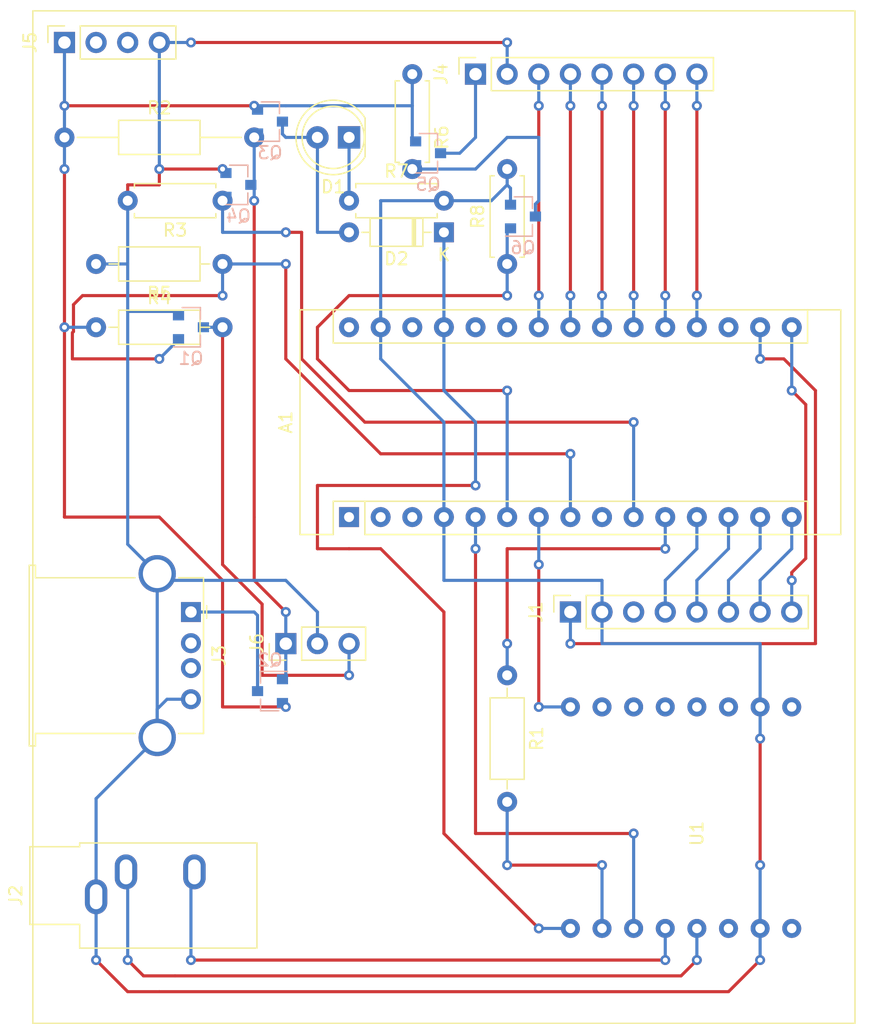
<source format=kicad_pcb>
(kicad_pcb (version 20171130) (host pcbnew 5.1.4-3.fc30)

  (general
    (thickness 1.6)
    (drawings 4)
    (tracks 282)
    (zones 0)
    (modules 24)
    (nets 54)
  )

  (page A4)
  (layers
    (0 F.Cu signal)
    (31 B.Cu signal)
    (32 B.Adhes user)
    (33 F.Adhes user)
    (34 B.Paste user)
    (35 F.Paste user)
    (36 B.SilkS user)
    (37 F.SilkS user)
    (38 B.Mask user)
    (39 F.Mask user)
    (40 Dwgs.User user)
    (41 Cmts.User user)
    (42 Eco1.User user)
    (43 Eco2.User user)
    (44 Edge.Cuts user)
    (45 Margin user)
    (46 B.CrtYd user)
    (47 F.CrtYd user)
    (48 B.Fab user)
    (49 F.Fab user)
  )

  (setup
    (last_trace_width 0.25)
    (trace_clearance 0.2)
    (zone_clearance 0.508)
    (zone_45_only no)
    (trace_min 0.2)
    (via_size 0.8)
    (via_drill 0.4)
    (via_min_size 0.4)
    (via_min_drill 0.3)
    (uvia_size 0.3)
    (uvia_drill 0.1)
    (uvias_allowed no)
    (uvia_min_size 0.2)
    (uvia_min_drill 0.1)
    (edge_width 0.05)
    (segment_width 0.2)
    (pcb_text_width 0.3)
    (pcb_text_size 1.5 1.5)
    (mod_edge_width 0.12)
    (mod_text_size 1 1)
    (mod_text_width 0.15)
    (pad_size 1.524 1.524)
    (pad_drill 0.762)
    (pad_to_mask_clearance 0.051)
    (solder_mask_min_width 0.25)
    (aux_axis_origin 0 0)
    (visible_elements FFFFFF7F)
    (pcbplotparams
      (layerselection 0x010fc_ffffffff)
      (usegerberextensions false)
      (usegerberattributes false)
      (usegerberadvancedattributes false)
      (creategerberjobfile false)
      (excludeedgelayer true)
      (linewidth 0.100000)
      (plotframeref false)
      (viasonmask false)
      (mode 1)
      (useauxorigin false)
      (hpglpennumber 1)
      (hpglpenspeed 20)
      (hpglpendiameter 15.000000)
      (psnegative false)
      (psa4output false)
      (plotreference true)
      (plotvalue true)
      (plotinvisibletext false)
      (padsonsilk false)
      (subtractmaskfromsilk false)
      (outputformat 1)
      (mirror false)
      (drillshape 1)
      (scaleselection 1)
      (outputdirectory ""))
  )

  (net 0 "")
  (net 1 "Net-(A1-Pad30)")
  (net 2 "Net-(A1-Pad28)")
  (net 3 "Net-(A1-Pad26)")
  (net 4 "Net-(A1-Pad25)")
  (net 5 "Net-(A1-Pad7)")
  (net 6 "Net-(A1-Pad5)")
  (net 7 "Net-(A1-Pad3)")
  (net 8 "Net-(A1-Pad18)")
  (net 9 "Net-(A1-Pad2)")
  (net 10 "Net-(A1-Pad1)")
  (net 11 "Net-(U1-Pad9)")
  (net 12 "Net-(U1-Pad11)")
  (net 13 "Net-(U1-Pad12)")
  (net 14 "Net-(U1-Pad13)")
  (net 15 "Net-(U1-Pad14)")
  (net 16 "Net-(U1-Pad15)")
  (net 17 GND)
  (net 18 /DFP_RST)
  (net 19 +5V)
  (net 20 +3V3)
  (net 21 "Net-(R1-Pad2)")
  (net 22 /DFP_SCK)
  (net 23 /DFP_MISO)
  (net 24 /DFP_MOSI)
  (net 25 "/DFP_SDA(SS)")
  (net 26 PIN_PWR_ON)
  (net 27 /Btn6)
  (net 28 PIN_ALIVE)
  (net 29 /Btn5)
  (net 30 /Btn4)
  (net 31 /Btn3)
  (net 32 /Btn2)
  (net 33 /Btn1)
  (net 34 "Net-(J3-Pad3)")
  (net 35 "Net-(J3-Pad2)")
  (net 36 "Net-(J3-Pad1)")
  (net 37 /BtnLigth_5V0)
  (net 38 +BATT)
  (net 39 "Net-(J5-Pad3)")
  (net 40 "Net-(J5-Pad2)")
  (net 41 PIN_BTN_PWM)
  (net 42 "Net-(J1-Pad3)")
  (net 43 SW_ALIVE)
  (net 44 SW_PWR_ON)
  (net 45 PIN_DF_RX)
  (net 46 "Net-(D1-Pad2)")
  (net 47 "Net-(D1-Pad1)")
  (net 48 "Net-(Q5-Pad1)")
  (net 49 "Net-(A1-Pad9)")
  (net 50 PIN_AUDIO_RIGHT)
  (net 51 PIN_AUDIO_LEFT)
  (net 52 "Net-(U1-Pad8)")
  (net 53 "Net-(U1-Pad6)")

  (net_class Default "This is the default net class."
    (clearance 0.2)
    (trace_width 0.25)
    (via_dia 0.8)
    (via_drill 0.4)
    (uvia_dia 0.3)
    (uvia_drill 0.1)
    (add_net +3V3)
    (add_net +5V)
    (add_net +BATT)
    (add_net /Btn1)
    (add_net /Btn2)
    (add_net /Btn3)
    (add_net /Btn4)
    (add_net /Btn5)
    (add_net /Btn6)
    (add_net /BtnLigth_5V0)
    (add_net /DFP_MISO)
    (add_net /DFP_MOSI)
    (add_net /DFP_RST)
    (add_net /DFP_SCK)
    (add_net "/DFP_SDA(SS)")
    (add_net GND)
    (add_net "Net-(A1-Pad1)")
    (add_net "Net-(A1-Pad18)")
    (add_net "Net-(A1-Pad2)")
    (add_net "Net-(A1-Pad25)")
    (add_net "Net-(A1-Pad26)")
    (add_net "Net-(A1-Pad28)")
    (add_net "Net-(A1-Pad3)")
    (add_net "Net-(A1-Pad30)")
    (add_net "Net-(A1-Pad5)")
    (add_net "Net-(A1-Pad7)")
    (add_net "Net-(A1-Pad9)")
    (add_net "Net-(D1-Pad1)")
    (add_net "Net-(D1-Pad2)")
    (add_net "Net-(J1-Pad3)")
    (add_net "Net-(J3-Pad1)")
    (add_net "Net-(J3-Pad2)")
    (add_net "Net-(J3-Pad3)")
    (add_net "Net-(J5-Pad2)")
    (add_net "Net-(J5-Pad3)")
    (add_net "Net-(Q5-Pad1)")
    (add_net "Net-(R1-Pad2)")
    (add_net "Net-(U1-Pad11)")
    (add_net "Net-(U1-Pad12)")
    (add_net "Net-(U1-Pad13)")
    (add_net "Net-(U1-Pad14)")
    (add_net "Net-(U1-Pad15)")
    (add_net "Net-(U1-Pad6)")
    (add_net "Net-(U1-Pad8)")
    (add_net "Net-(U1-Pad9)")
    (add_net PIN_ALIVE)
    (add_net PIN_AUDIO_LEFT)
    (add_net PIN_AUDIO_RIGHT)
    (add_net PIN_BTN_PWM)
    (add_net PIN_DF_RX)
    (add_net PIN_PWR_ON)
    (add_net SW_ALIVE)
    (add_net SW_PWR_ON)
  )

  (module Resistor_THT:R_Axial_DIN0207_L6.3mm_D2.5mm_P7.62mm_Horizontal (layer F.Cu) (tedit 5AE5139B) (tstamp 5DD132BF)
    (at 154.94 76.2 90)
    (descr "Resistor, Axial_DIN0207 series, Axial, Horizontal, pin pitch=7.62mm, 0.25W = 1/4W, length*diameter=6.3*2.5mm^2, http://cdn-reichelt.de/documents/datenblatt/B400/1_4W%23YAG.pdf")
    (tags "Resistor Axial_DIN0207 series Axial Horizontal pin pitch 7.62mm 0.25W = 1/4W length 6.3mm diameter 2.5mm")
    (path /5DD1A632)
    (fp_text reference R8 (at 3.81 -2.37 90) (layer F.SilkS)
      (effects (font (size 1 1) (thickness 0.15)))
    )
    (fp_text value 6k34 (at 3.81 2.37 90) (layer F.Fab)
      (effects (font (size 1 1) (thickness 0.15)))
    )
    (fp_text user %R (at 3.81 0 90) (layer F.Fab)
      (effects (font (size 1 1) (thickness 0.15)))
    )
    (fp_line (start 8.67 -1.5) (end -1.05 -1.5) (layer F.CrtYd) (width 0.05))
    (fp_line (start 8.67 1.5) (end 8.67 -1.5) (layer F.CrtYd) (width 0.05))
    (fp_line (start -1.05 1.5) (end 8.67 1.5) (layer F.CrtYd) (width 0.05))
    (fp_line (start -1.05 -1.5) (end -1.05 1.5) (layer F.CrtYd) (width 0.05))
    (fp_line (start 7.08 1.37) (end 7.08 1.04) (layer F.SilkS) (width 0.12))
    (fp_line (start 0.54 1.37) (end 7.08 1.37) (layer F.SilkS) (width 0.12))
    (fp_line (start 0.54 1.04) (end 0.54 1.37) (layer F.SilkS) (width 0.12))
    (fp_line (start 7.08 -1.37) (end 7.08 -1.04) (layer F.SilkS) (width 0.12))
    (fp_line (start 0.54 -1.37) (end 7.08 -1.37) (layer F.SilkS) (width 0.12))
    (fp_line (start 0.54 -1.04) (end 0.54 -1.37) (layer F.SilkS) (width 0.12))
    (fp_line (start 7.62 0) (end 6.96 0) (layer F.Fab) (width 0.1))
    (fp_line (start 0 0) (end 0.66 0) (layer F.Fab) (width 0.1))
    (fp_line (start 6.96 -1.25) (end 0.66 -1.25) (layer F.Fab) (width 0.1))
    (fp_line (start 6.96 1.25) (end 6.96 -1.25) (layer F.Fab) (width 0.1))
    (fp_line (start 0.66 1.25) (end 6.96 1.25) (layer F.Fab) (width 0.1))
    (fp_line (start 0.66 -1.25) (end 0.66 1.25) (layer F.Fab) (width 0.1))
    (pad 2 thru_hole oval (at 7.62 0 90) (size 1.6 1.6) (drill 0.8) (layers *.Cu *.Mask)
      (net 17 GND))
    (pad 1 thru_hole circle (at 0 0 90) (size 1.6 1.6) (drill 0.8) (layers *.Cu *.Mask)
      (net 41 PIN_BTN_PWM))
    (model ${KISYS3DMOD}/Resistor_THT.3dshapes/R_Axial_DIN0207_L6.3mm_D2.5mm_P7.62mm_Horizontal.wrl
      (at (xyz 0 0 0))
      (scale (xyz 1 1 1))
      (rotate (xyz 0 0 0))
    )
  )

  (module Package_TO_SOT_SMD:SOT-23 (layer B.Cu) (tedit 5A02FF57) (tstamp 5DD13174)
    (at 156.21 72.39)
    (descr "SOT-23, Standard")
    (tags SOT-23)
    (path /5DD16080)
    (attr smd)
    (fp_text reference Q6 (at 0 2.5) (layer B.SilkS)
      (effects (font (size 1 1) (thickness 0.15)) (justify mirror))
    )
    (fp_text value IRLML2060 (at 0 -2.5) (layer B.Fab)
      (effects (font (size 1 1) (thickness 0.15)) (justify mirror))
    )
    (fp_line (start 0.76 -1.58) (end -0.7 -1.58) (layer B.SilkS) (width 0.12))
    (fp_line (start 0.76 1.58) (end -1.4 1.58) (layer B.SilkS) (width 0.12))
    (fp_line (start -1.7 -1.75) (end -1.7 1.75) (layer B.CrtYd) (width 0.05))
    (fp_line (start 1.7 -1.75) (end -1.7 -1.75) (layer B.CrtYd) (width 0.05))
    (fp_line (start 1.7 1.75) (end 1.7 -1.75) (layer B.CrtYd) (width 0.05))
    (fp_line (start -1.7 1.75) (end 1.7 1.75) (layer B.CrtYd) (width 0.05))
    (fp_line (start 0.76 1.58) (end 0.76 0.65) (layer B.SilkS) (width 0.12))
    (fp_line (start 0.76 -1.58) (end 0.76 -0.65) (layer B.SilkS) (width 0.12))
    (fp_line (start -0.7 -1.52) (end 0.7 -1.52) (layer B.Fab) (width 0.1))
    (fp_line (start 0.7 1.52) (end 0.7 -1.52) (layer B.Fab) (width 0.1))
    (fp_line (start -0.7 0.95) (end -0.15 1.52) (layer B.Fab) (width 0.1))
    (fp_line (start -0.15 1.52) (end 0.7 1.52) (layer B.Fab) (width 0.1))
    (fp_line (start -0.7 0.95) (end -0.7 -1.5) (layer B.Fab) (width 0.1))
    (fp_text user %R (at 0 0 270) (layer B.Fab)
      (effects (font (size 0.5 0.5) (thickness 0.075)) (justify mirror))
    )
    (pad 3 smd rect (at 1 0) (size 0.9 0.8) (layers B.Cu B.Paste B.Mask)
      (net 48 "Net-(Q5-Pad1)"))
    (pad 2 smd rect (at -1 -0.95) (size 0.9 0.8) (layers B.Cu B.Paste B.Mask)
      (net 17 GND))
    (pad 1 smd rect (at -1 0.95) (size 0.9 0.8) (layers B.Cu B.Paste B.Mask)
      (net 41 PIN_BTN_PWM))
    (model ${KISYS3DMOD}/Package_TO_SOT_SMD.3dshapes/SOT-23.wrl
      (at (xyz 0 0 0))
      (scale (xyz 1 1 1))
      (rotate (xyz 0 0 0))
    )
  )

  (module Diode_THT:D_DO-35_SOD27_P7.62mm_Horizontal (layer F.Cu) (tedit 5AE50CD5) (tstamp 5DCDBF9A)
    (at 149.86 73.66 180)
    (descr "Diode, DO-35_SOD27 series, Axial, Horizontal, pin pitch=7.62mm, , length*diameter=4*2mm^2, , http://www.diodes.com/_files/packages/DO-35.pdf")
    (tags "Diode DO-35_SOD27 series Axial Horizontal pin pitch 7.62mm  length 4mm diameter 2mm")
    (path /5DCE1235)
    (fp_text reference D2 (at 3.81 -2.12) (layer F.SilkS)
      (effects (font (size 1 1) (thickness 0.15)))
    )
    (fp_text value 1N5817 (at 3.81 2.12) (layer F.Fab)
      (effects (font (size 1 1) (thickness 0.15)))
    )
    (fp_text user K (at 0 -1.8) (layer F.SilkS)
      (effects (font (size 1 1) (thickness 0.15)))
    )
    (fp_text user K (at 0 -1.8) (layer F.Fab)
      (effects (font (size 1 1) (thickness 0.15)))
    )
    (fp_text user %R (at 4.11 0) (layer F.Fab)
      (effects (font (size 0.8 0.8) (thickness 0.12)))
    )
    (fp_line (start 8.67 -1.25) (end -1.05 -1.25) (layer F.CrtYd) (width 0.05))
    (fp_line (start 8.67 1.25) (end 8.67 -1.25) (layer F.CrtYd) (width 0.05))
    (fp_line (start -1.05 1.25) (end 8.67 1.25) (layer F.CrtYd) (width 0.05))
    (fp_line (start -1.05 -1.25) (end -1.05 1.25) (layer F.CrtYd) (width 0.05))
    (fp_line (start 2.29 -1.12) (end 2.29 1.12) (layer F.SilkS) (width 0.12))
    (fp_line (start 2.53 -1.12) (end 2.53 1.12) (layer F.SilkS) (width 0.12))
    (fp_line (start 2.41 -1.12) (end 2.41 1.12) (layer F.SilkS) (width 0.12))
    (fp_line (start 6.58 0) (end 5.93 0) (layer F.SilkS) (width 0.12))
    (fp_line (start 1.04 0) (end 1.69 0) (layer F.SilkS) (width 0.12))
    (fp_line (start 5.93 -1.12) (end 1.69 -1.12) (layer F.SilkS) (width 0.12))
    (fp_line (start 5.93 1.12) (end 5.93 -1.12) (layer F.SilkS) (width 0.12))
    (fp_line (start 1.69 1.12) (end 5.93 1.12) (layer F.SilkS) (width 0.12))
    (fp_line (start 1.69 -1.12) (end 1.69 1.12) (layer F.SilkS) (width 0.12))
    (fp_line (start 2.31 -1) (end 2.31 1) (layer F.Fab) (width 0.1))
    (fp_line (start 2.51 -1) (end 2.51 1) (layer F.Fab) (width 0.1))
    (fp_line (start 2.41 -1) (end 2.41 1) (layer F.Fab) (width 0.1))
    (fp_line (start 7.62 0) (end 5.81 0) (layer F.Fab) (width 0.1))
    (fp_line (start 0 0) (end 1.81 0) (layer F.Fab) (width 0.1))
    (fp_line (start 5.81 -1) (end 1.81 -1) (layer F.Fab) (width 0.1))
    (fp_line (start 5.81 1) (end 5.81 -1) (layer F.Fab) (width 0.1))
    (fp_line (start 1.81 1) (end 5.81 1) (layer F.Fab) (width 0.1))
    (fp_line (start 1.81 -1) (end 1.81 1) (layer F.Fab) (width 0.1))
    (pad 2 thru_hole oval (at 7.62 0 180) (size 1.6 1.6) (drill 0.8) (layers *.Cu *.Mask)
      (net 46 "Net-(D1-Pad2)"))
    (pad 1 thru_hole rect (at 0 0 180) (size 1.6 1.6) (drill 0.8) (layers *.Cu *.Mask)
      (net 19 +5V))
    (model ${KISYS3DMOD}/Diode_THT.3dshapes/D_DO-35_SOD27_P7.62mm_Horizontal.wrl
      (at (xyz 0 0 0))
      (scale (xyz 1 1 1))
      (rotate (xyz 0 0 0))
    )
  )

  (module Resistor_THT:R_Axial_DIN0207_L6.3mm_D2.5mm_P7.62mm_Horizontal (layer F.Cu) (tedit 5AE5139B) (tstamp 5DCDB603)
    (at 142.24 71.12)
    (descr "Resistor, Axial_DIN0207 series, Axial, Horizontal, pin pitch=7.62mm, 0.25W = 1/4W, length*diameter=6.3*2.5mm^2, http://cdn-reichelt.de/documents/datenblatt/B400/1_4W%23YAG.pdf")
    (tags "Resistor Axial_DIN0207 series Axial Horizontal pin pitch 7.62mm 0.25W = 1/4W length 6.3mm diameter 2.5mm")
    (path /5DD38654)
    (fp_text reference R7 (at 3.81 -2.37) (layer F.SilkS)
      (effects (font (size 1 1) (thickness 0.15)))
    )
    (fp_text value 230 (at 3.81 2.37) (layer F.Fab)
      (effects (font (size 1 1) (thickness 0.15)))
    )
    (fp_text user %R (at 3.81 0) (layer F.Fab)
      (effects (font (size 1 1) (thickness 0.15)))
    )
    (fp_line (start 8.67 -1.5) (end -1.05 -1.5) (layer F.CrtYd) (width 0.05))
    (fp_line (start 8.67 1.5) (end 8.67 -1.5) (layer F.CrtYd) (width 0.05))
    (fp_line (start -1.05 1.5) (end 8.67 1.5) (layer F.CrtYd) (width 0.05))
    (fp_line (start -1.05 -1.5) (end -1.05 1.5) (layer F.CrtYd) (width 0.05))
    (fp_line (start 7.08 1.37) (end 7.08 1.04) (layer F.SilkS) (width 0.12))
    (fp_line (start 0.54 1.37) (end 7.08 1.37) (layer F.SilkS) (width 0.12))
    (fp_line (start 0.54 1.04) (end 0.54 1.37) (layer F.SilkS) (width 0.12))
    (fp_line (start 7.08 -1.37) (end 7.08 -1.04) (layer F.SilkS) (width 0.12))
    (fp_line (start 0.54 -1.37) (end 7.08 -1.37) (layer F.SilkS) (width 0.12))
    (fp_line (start 0.54 -1.04) (end 0.54 -1.37) (layer F.SilkS) (width 0.12))
    (fp_line (start 7.62 0) (end 6.96 0) (layer F.Fab) (width 0.1))
    (fp_line (start 0 0) (end 0.66 0) (layer F.Fab) (width 0.1))
    (fp_line (start 6.96 -1.25) (end 0.66 -1.25) (layer F.Fab) (width 0.1))
    (fp_line (start 6.96 1.25) (end 6.96 -1.25) (layer F.Fab) (width 0.1))
    (fp_line (start 0.66 1.25) (end 6.96 1.25) (layer F.Fab) (width 0.1))
    (fp_line (start 0.66 -1.25) (end 0.66 1.25) (layer F.Fab) (width 0.1))
    (pad 2 thru_hole oval (at 7.62 0) (size 1.6 1.6) (drill 0.8) (layers *.Cu *.Mask)
      (net 17 GND))
    (pad 1 thru_hole circle (at 0 0) (size 1.6 1.6) (drill 0.8) (layers *.Cu *.Mask)
      (net 47 "Net-(D1-Pad1)"))
    (model ${KISYS3DMOD}/Resistor_THT.3dshapes/R_Axial_DIN0207_L6.3mm_D2.5mm_P7.62mm_Horizontal.wrl
      (at (xyz 0 0 0))
      (scale (xyz 1 1 1))
      (rotate (xyz 0 0 0))
    )
  )

  (module LED_THT:LED_D5.0mm (layer F.Cu) (tedit 5995936A) (tstamp 5DCDB29B)
    (at 142.24 66.04 180)
    (descr "LED, diameter 5.0mm, 2 pins, http://cdn-reichelt.de/documents/datenblatt/A500/LL-504BC2E-009.pdf")
    (tags "LED diameter 5.0mm 2 pins")
    (path /5DCE8D68)
    (fp_text reference D1 (at 1.27 -3.96) (layer F.SilkS)
      (effects (font (size 1 1) (thickness 0.15)))
    )
    (fp_text value LED (at 1.27 3.96) (layer F.Fab)
      (effects (font (size 1 1) (thickness 0.15)))
    )
    (fp_text user %R (at 1.25 0) (layer F.Fab)
      (effects (font (size 0.8 0.8) (thickness 0.2)))
    )
    (fp_line (start 4.5 -3.25) (end -1.95 -3.25) (layer F.CrtYd) (width 0.05))
    (fp_line (start 4.5 3.25) (end 4.5 -3.25) (layer F.CrtYd) (width 0.05))
    (fp_line (start -1.95 3.25) (end 4.5 3.25) (layer F.CrtYd) (width 0.05))
    (fp_line (start -1.95 -3.25) (end -1.95 3.25) (layer F.CrtYd) (width 0.05))
    (fp_line (start -1.29 -1.545) (end -1.29 1.545) (layer F.SilkS) (width 0.12))
    (fp_line (start -1.23 -1.469694) (end -1.23 1.469694) (layer F.Fab) (width 0.1))
    (fp_circle (center 1.27 0) (end 3.77 0) (layer F.SilkS) (width 0.12))
    (fp_circle (center 1.27 0) (end 3.77 0) (layer F.Fab) (width 0.1))
    (fp_arc (start 1.27 0) (end -1.29 1.54483) (angle -148.9) (layer F.SilkS) (width 0.12))
    (fp_arc (start 1.27 0) (end -1.29 -1.54483) (angle 148.9) (layer F.SilkS) (width 0.12))
    (fp_arc (start 1.27 0) (end -1.23 -1.469694) (angle 299.1) (layer F.Fab) (width 0.1))
    (pad 2 thru_hole circle (at 2.54 0 180) (size 1.8 1.8) (drill 0.9) (layers *.Cu *.Mask)
      (net 46 "Net-(D1-Pad2)"))
    (pad 1 thru_hole rect (at 0 0 180) (size 1.8 1.8) (drill 0.9) (layers *.Cu *.Mask)
      (net 47 "Net-(D1-Pad1)"))
    (model ${KISYS3DMOD}/LED_THT.3dshapes/LED_D5.0mm.wrl
      (at (xyz 0 0 0))
      (scale (xyz 1 1 1))
      (rotate (xyz 0 0 0))
    )
  )

  (module Resistor_THT:R_Axial_DIN0207_L6.3mm_D2.5mm_P7.62mm_Horizontal (layer F.Cu) (tedit 5AE5139B) (tstamp 5DCC09FD)
    (at 147.32 60.96 270)
    (descr "Resistor, Axial_DIN0207 series, Axial, Horizontal, pin pitch=7.62mm, 0.25W = 1/4W, length*diameter=6.3*2.5mm^2, http://cdn-reichelt.de/documents/datenblatt/B400/1_4W%23YAG.pdf")
    (tags "Resistor Axial_DIN0207 series Axial Horizontal pin pitch 7.62mm 0.25W = 1/4W length 6.3mm diameter 2.5mm")
    (path /5DDC0CD0)
    (fp_text reference R6 (at 5.08 -2.37 90) (layer F.SilkS)
      (effects (font (size 1 1) (thickness 0.15)))
    )
    (fp_text value 6k34 (at 5.08 2.37 90) (layer F.Fab)
      (effects (font (size 1 1) (thickness 0.15)))
    )
    (fp_text user %R (at 5.08 0 90) (layer F.Fab)
      (effects (font (size 1 1) (thickness 0.15)))
    )
    (fp_line (start 8.67 -1.5) (end -1.05 -1.5) (layer F.CrtYd) (width 0.05))
    (fp_line (start 8.67 1.5) (end 8.67 -1.5) (layer F.CrtYd) (width 0.05))
    (fp_line (start -1.05 1.5) (end 8.67 1.5) (layer F.CrtYd) (width 0.05))
    (fp_line (start -1.05 -1.5) (end -1.05 1.5) (layer F.CrtYd) (width 0.05))
    (fp_line (start 7.08 1.37) (end 7.08 1.04) (layer F.SilkS) (width 0.12))
    (fp_line (start 0.54 1.37) (end 7.08 1.37) (layer F.SilkS) (width 0.12))
    (fp_line (start 0.54 1.04) (end 0.54 1.37) (layer F.SilkS) (width 0.12))
    (fp_line (start 7.08 -1.37) (end 7.08 -1.04) (layer F.SilkS) (width 0.12))
    (fp_line (start 0.54 -1.37) (end 7.08 -1.37) (layer F.SilkS) (width 0.12))
    (fp_line (start 0.54 -1.04) (end 0.54 -1.37) (layer F.SilkS) (width 0.12))
    (fp_line (start 7.62 0) (end 6.96 0) (layer F.Fab) (width 0.1))
    (fp_line (start 0 0) (end 0.66 0) (layer F.Fab) (width 0.1))
    (fp_line (start 6.96 -1.25) (end 0.66 -1.25) (layer F.Fab) (width 0.1))
    (fp_line (start 6.96 1.25) (end 6.96 -1.25) (layer F.Fab) (width 0.1))
    (fp_line (start 0.66 1.25) (end 6.96 1.25) (layer F.Fab) (width 0.1))
    (fp_line (start 0.66 -1.25) (end 0.66 1.25) (layer F.Fab) (width 0.1))
    (pad 2 thru_hole oval (at 7.62 0 270) (size 1.6 1.6) (drill 0.8) (layers *.Cu *.Mask)
      (net 48 "Net-(Q5-Pad1)"))
    (pad 1 thru_hole circle (at 0 0 270) (size 1.6 1.6) (drill 0.8) (layers *.Cu *.Mask)
      (net 38 +BATT))
    (model ${KISYS3DMOD}/Resistor_THT.3dshapes/R_Axial_DIN0207_L6.3mm_D2.5mm_P7.62mm_Horizontal.wrl
      (at (xyz 0 0 0))
      (scale (xyz 1 1 1))
      (rotate (xyz 0 0 0))
    )
  )

  (module Package_TO_SOT_SMD:SOT-23 (layer B.Cu) (tedit 5A02FF57) (tstamp 5DBF2109)
    (at 135.89 110.49 180)
    (descr "SOT-23, Standard")
    (tags SOT-23)
    (path /5DC46A96)
    (attr smd)
    (fp_text reference Q2 (at 0 2.5 180) (layer B.SilkS)
      (effects (font (size 1 1) (thickness 0.15)) (justify mirror))
    )
    (fp_text value IRLML6402 (at 0 -2.5 180) (layer B.Fab)
      (effects (font (size 1 1) (thickness 0.15)) (justify mirror))
    )
    (fp_line (start 0.76 -1.58) (end -0.7 -1.58) (layer B.SilkS) (width 0.12))
    (fp_line (start 0.76 1.58) (end -1.4 1.58) (layer B.SilkS) (width 0.12))
    (fp_line (start -1.7 -1.75) (end -1.7 1.75) (layer B.CrtYd) (width 0.05))
    (fp_line (start 1.7 -1.75) (end -1.7 -1.75) (layer B.CrtYd) (width 0.05))
    (fp_line (start 1.7 1.75) (end 1.7 -1.75) (layer B.CrtYd) (width 0.05))
    (fp_line (start -1.7 1.75) (end 1.7 1.75) (layer B.CrtYd) (width 0.05))
    (fp_line (start 0.76 1.58) (end 0.76 0.65) (layer B.SilkS) (width 0.12))
    (fp_line (start 0.76 -1.58) (end 0.76 -0.65) (layer B.SilkS) (width 0.12))
    (fp_line (start -0.7 -1.52) (end 0.7 -1.52) (layer B.Fab) (width 0.1))
    (fp_line (start 0.7 1.52) (end 0.7 -1.52) (layer B.Fab) (width 0.1))
    (fp_line (start -0.7 0.95) (end -0.15 1.52) (layer B.Fab) (width 0.1))
    (fp_line (start -0.15 1.52) (end 0.7 1.52) (layer B.Fab) (width 0.1))
    (fp_line (start -0.7 0.95) (end -0.7 -1.5) (layer B.Fab) (width 0.1))
    (fp_text user %R (at 0 0 90) (layer B.Fab)
      (effects (font (size 0.5 0.5) (thickness 0.075)) (justify mirror))
    )
    (pad 3 smd rect (at 1 0 180) (size 0.9 0.8) (layers B.Cu B.Paste B.Mask)
      (net 36 "Net-(J3-Pad1)"))
    (pad 2 smd rect (at -1 -0.95 180) (size 0.9 0.8) (layers B.Cu B.Paste B.Mask)
      (net 38 +BATT))
    (pad 1 smd rect (at -1 0.95 180) (size 0.9 0.8) (layers B.Cu B.Paste B.Mask)
      (net 44 SW_PWR_ON))
    (model ${KISYS3DMOD}/Package_TO_SOT_SMD.3dshapes/SOT-23.wrl
      (at (xyz 0 0 0))
      (scale (xyz 1 1 1))
      (rotate (xyz 0 0 0))
    )
  )

  (module Connector_PinHeader_2.54mm:PinHeader_1x03_P2.54mm_Vertical (layer F.Cu) (tedit 59FED5CC) (tstamp 5DC49E35)
    (at 137.16 106.68 90)
    (descr "Through hole straight pin header, 1x03, 2.54mm pitch, single row")
    (tags "Through hole pin header THT 1x03 2.54mm single row")
    (path /5DC4BC0B)
    (fp_text reference J6 (at 0 -2.33 90) (layer F.SilkS)
      (effects (font (size 1 1) (thickness 0.15)))
    )
    (fp_text value Conn_01x03_Female (at 0 7.41 90) (layer F.Fab)
      (effects (font (size 1 1) (thickness 0.15)))
    )
    (fp_text user %R (at 0 2.54) (layer F.Fab)
      (effects (font (size 1 1) (thickness 0.15)))
    )
    (fp_line (start 1.8 -1.8) (end -1.8 -1.8) (layer F.CrtYd) (width 0.05))
    (fp_line (start 1.8 6.85) (end 1.8 -1.8) (layer F.CrtYd) (width 0.05))
    (fp_line (start -1.8 6.85) (end 1.8 6.85) (layer F.CrtYd) (width 0.05))
    (fp_line (start -1.8 -1.8) (end -1.8 6.85) (layer F.CrtYd) (width 0.05))
    (fp_line (start -1.33 -1.33) (end 0 -1.33) (layer F.SilkS) (width 0.12))
    (fp_line (start -1.33 0) (end -1.33 -1.33) (layer F.SilkS) (width 0.12))
    (fp_line (start -1.33 1.27) (end 1.33 1.27) (layer F.SilkS) (width 0.12))
    (fp_line (start 1.33 1.27) (end 1.33 6.41) (layer F.SilkS) (width 0.12))
    (fp_line (start -1.33 1.27) (end -1.33 6.41) (layer F.SilkS) (width 0.12))
    (fp_line (start -1.33 6.41) (end 1.33 6.41) (layer F.SilkS) (width 0.12))
    (fp_line (start -1.27 -0.635) (end -0.635 -1.27) (layer F.Fab) (width 0.1))
    (fp_line (start -1.27 6.35) (end -1.27 -0.635) (layer F.Fab) (width 0.1))
    (fp_line (start 1.27 6.35) (end -1.27 6.35) (layer F.Fab) (width 0.1))
    (fp_line (start 1.27 -1.27) (end 1.27 6.35) (layer F.Fab) (width 0.1))
    (fp_line (start -0.635 -1.27) (end 1.27 -1.27) (layer F.Fab) (width 0.1))
    (pad 3 thru_hole oval (at 0 5.08 90) (size 1.7 1.7) (drill 1) (layers *.Cu *.Mask)
      (net 43 SW_ALIVE))
    (pad 2 thru_hole oval (at 0 2.54 90) (size 1.7 1.7) (drill 1) (layers *.Cu *.Mask)
      (net 17 GND))
    (pad 1 thru_hole rect (at 0 0 90) (size 1.7 1.7) (drill 1) (layers *.Cu *.Mask)
      (net 44 SW_PWR_ON))
    (model ${KISYS3DMOD}/Connector_PinHeader_2.54mm.3dshapes/PinHeader_1x03_P2.54mm_Vertical.wrl
      (at (xyz 0 0 0))
      (scale (xyz 1 1 1))
      (rotate (xyz 0 0 0))
    )
  )

  (module Resistor_THT:R_Axial_DIN0207_L6.3mm_D2.5mm_P10.16mm_Horizontal (layer F.Cu) (tedit 5AE5139B) (tstamp 5DC0A8B3)
    (at 121.92 81.28)
    (descr "Resistor, Axial_DIN0207 series, Axial, Horizontal, pin pitch=10.16mm, 0.25W = 1/4W, length*diameter=6.3*2.5mm^2, http://cdn-reichelt.de/documents/datenblatt/B400/1_4W%23YAG.pdf")
    (tags "Resistor Axial_DIN0207 series Axial Horizontal pin pitch 10.16mm 0.25W = 1/4W length 6.3mm diameter 2.5mm")
    (path /5DCFD742)
    (fp_text reference R4 (at 5.08 -2.37) (layer F.SilkS)
      (effects (font (size 1 1) (thickness 0.15)))
    )
    (fp_text value 33R (at 5.08 2.37) (layer F.Fab)
      (effects (font (size 1 1) (thickness 0.15)))
    )
    (fp_text user %R (at 5.08 0) (layer F.Fab)
      (effects (font (size 1 1) (thickness 0.15)))
    )
    (fp_line (start 11.21 -1.5) (end -1.05 -1.5) (layer F.CrtYd) (width 0.05))
    (fp_line (start 11.21 1.5) (end 11.21 -1.5) (layer F.CrtYd) (width 0.05))
    (fp_line (start -1.05 1.5) (end 11.21 1.5) (layer F.CrtYd) (width 0.05))
    (fp_line (start -1.05 -1.5) (end -1.05 1.5) (layer F.CrtYd) (width 0.05))
    (fp_line (start 9.12 0) (end 8.35 0) (layer F.SilkS) (width 0.12))
    (fp_line (start 1.04 0) (end 1.81 0) (layer F.SilkS) (width 0.12))
    (fp_line (start 8.35 -1.37) (end 1.81 -1.37) (layer F.SilkS) (width 0.12))
    (fp_line (start 8.35 1.37) (end 8.35 -1.37) (layer F.SilkS) (width 0.12))
    (fp_line (start 1.81 1.37) (end 8.35 1.37) (layer F.SilkS) (width 0.12))
    (fp_line (start 1.81 -1.37) (end 1.81 1.37) (layer F.SilkS) (width 0.12))
    (fp_line (start 10.16 0) (end 8.23 0) (layer F.Fab) (width 0.1))
    (fp_line (start 0 0) (end 1.93 0) (layer F.Fab) (width 0.1))
    (fp_line (start 8.23 -1.25) (end 1.93 -1.25) (layer F.Fab) (width 0.1))
    (fp_line (start 8.23 1.25) (end 8.23 -1.25) (layer F.Fab) (width 0.1))
    (fp_line (start 1.93 1.25) (end 8.23 1.25) (layer F.Fab) (width 0.1))
    (fp_line (start 1.93 -1.25) (end 1.93 1.25) (layer F.Fab) (width 0.1))
    (pad 2 thru_hole oval (at 10.16 0) (size 1.6 1.6) (drill 0.8) (layers *.Cu *.Mask)
      (net 43 SW_ALIVE))
    (pad 1 thru_hole circle (at 0 0) (size 1.6 1.6) (drill 0.8) (layers *.Cu *.Mask)
      (net 38 +BATT))
    (model ${KISYS3DMOD}/Resistor_THT.3dshapes/R_Axial_DIN0207_L6.3mm_D2.5mm_P10.16mm_Horizontal.wrl
      (at (xyz 0 0 0))
      (scale (xyz 1 1 1))
      (rotate (xyz 0 0 0))
    )
  )

  (module Resistor_THT:R_Axial_DIN0207_L6.3mm_D2.5mm_P10.16mm_Horizontal (layer F.Cu) (tedit 5AE5139B) (tstamp 5DBFC5A7)
    (at 132.08 76.2 180)
    (descr "Resistor, Axial_DIN0207 series, Axial, Horizontal, pin pitch=10.16mm, 0.25W = 1/4W, length*diameter=6.3*2.5mm^2, http://cdn-reichelt.de/documents/datenblatt/B400/1_4W%23YAG.pdf")
    (tags "Resistor Axial_DIN0207 series Axial Horizontal pin pitch 10.16mm 0.25W = 1/4W length 6.3mm diameter 2.5mm")
    (path /5DD026D7)
    (fp_text reference R5 (at 5.08 -2.37) (layer F.SilkS)
      (effects (font (size 1 1) (thickness 0.15)))
    )
    (fp_text value 650k (at 5.08 2.37) (layer F.Fab)
      (effects (font (size 1 1) (thickness 0.15)))
    )
    (fp_text user %R (at 5.08 0) (layer F.Fab)
      (effects (font (size 1 1) (thickness 0.15)))
    )
    (fp_line (start 11.21 -1.5) (end -1.05 -1.5) (layer F.CrtYd) (width 0.05))
    (fp_line (start 11.21 1.5) (end 11.21 -1.5) (layer F.CrtYd) (width 0.05))
    (fp_line (start -1.05 1.5) (end 11.21 1.5) (layer F.CrtYd) (width 0.05))
    (fp_line (start -1.05 -1.5) (end -1.05 1.5) (layer F.CrtYd) (width 0.05))
    (fp_line (start 9.12 0) (end 8.35 0) (layer F.SilkS) (width 0.12))
    (fp_line (start 1.04 0) (end 1.81 0) (layer F.SilkS) (width 0.12))
    (fp_line (start 8.35 -1.37) (end 1.81 -1.37) (layer F.SilkS) (width 0.12))
    (fp_line (start 8.35 1.37) (end 8.35 -1.37) (layer F.SilkS) (width 0.12))
    (fp_line (start 1.81 1.37) (end 8.35 1.37) (layer F.SilkS) (width 0.12))
    (fp_line (start 1.81 -1.37) (end 1.81 1.37) (layer F.SilkS) (width 0.12))
    (fp_line (start 10.16 0) (end 8.23 0) (layer F.Fab) (width 0.1))
    (fp_line (start 0 0) (end 1.93 0) (layer F.Fab) (width 0.1))
    (fp_line (start 8.23 -1.25) (end 1.93 -1.25) (layer F.Fab) (width 0.1))
    (fp_line (start 8.23 1.25) (end 8.23 -1.25) (layer F.Fab) (width 0.1))
    (fp_line (start 1.93 1.25) (end 8.23 1.25) (layer F.Fab) (width 0.1))
    (fp_line (start 1.93 -1.25) (end 1.93 1.25) (layer F.Fab) (width 0.1))
    (pad 2 thru_hole oval (at 10.16 0 180) (size 1.6 1.6) (drill 0.8) (layers *.Cu *.Mask)
      (net 17 GND))
    (pad 1 thru_hole circle (at 0 0 180) (size 1.6 1.6) (drill 0.8) (layers *.Cu *.Mask)
      (net 28 PIN_ALIVE))
    (model ${KISYS3DMOD}/Resistor_THT.3dshapes/R_Axial_DIN0207_L6.3mm_D2.5mm_P10.16mm_Horizontal.wrl
      (at (xyz 0 0 0))
      (scale (xyz 1 1 1))
      (rotate (xyz 0 0 0))
    )
  )

  (module Package_TO_SOT_SMD:SOT-23 (layer B.Cu) (tedit 5A02FF57) (tstamp 5DC733ED)
    (at 129.54 81.28)
    (descr "SOT-23, Standard")
    (tags SOT-23)
    (path /5DCF5D06)
    (attr smd)
    (fp_text reference Q1 (at 0 2.5) (layer B.SilkS)
      (effects (font (size 1 1) (thickness 0.15)) (justify mirror))
    )
    (fp_text value IRLML2060 (at 0 -2.5) (layer B.Fab)
      (effects (font (size 1 1) (thickness 0.15)) (justify mirror))
    )
    (fp_line (start 0.76 -1.58) (end -0.7 -1.58) (layer B.SilkS) (width 0.12))
    (fp_line (start 0.76 1.58) (end -1.4 1.58) (layer B.SilkS) (width 0.12))
    (fp_line (start -1.7 -1.75) (end -1.7 1.75) (layer B.CrtYd) (width 0.05))
    (fp_line (start 1.7 -1.75) (end -1.7 -1.75) (layer B.CrtYd) (width 0.05))
    (fp_line (start 1.7 1.75) (end 1.7 -1.75) (layer B.CrtYd) (width 0.05))
    (fp_line (start -1.7 1.75) (end 1.7 1.75) (layer B.CrtYd) (width 0.05))
    (fp_line (start 0.76 1.58) (end 0.76 0.65) (layer B.SilkS) (width 0.12))
    (fp_line (start 0.76 -1.58) (end 0.76 -0.65) (layer B.SilkS) (width 0.12))
    (fp_line (start -0.7 -1.52) (end 0.7 -1.52) (layer B.Fab) (width 0.1))
    (fp_line (start 0.7 1.52) (end 0.7 -1.52) (layer B.Fab) (width 0.1))
    (fp_line (start -0.7 0.95) (end -0.15 1.52) (layer B.Fab) (width 0.1))
    (fp_line (start -0.15 1.52) (end 0.7 1.52) (layer B.Fab) (width 0.1))
    (fp_line (start -0.7 0.95) (end -0.7 -1.5) (layer B.Fab) (width 0.1))
    (fp_text user %R (at 0 0 270) (layer B.Fab)
      (effects (font (size 0.5 0.5) (thickness 0.075)) (justify mirror))
    )
    (pad 3 smd rect (at 1 0) (size 0.9 0.8) (layers B.Cu B.Paste B.Mask)
      (net 43 SW_ALIVE))
    (pad 2 smd rect (at -1 -0.95) (size 0.9 0.8) (layers B.Cu B.Paste B.Mask)
      (net 17 GND))
    (pad 1 smd rect (at -1 0.95) (size 0.9 0.8) (layers B.Cu B.Paste B.Mask)
      (net 28 PIN_ALIVE))
    (model ${KISYS3DMOD}/Package_TO_SOT_SMD.3dshapes/SOT-23.wrl
      (at (xyz 0 0 0))
      (scale (xyz 1 1 1))
      (rotate (xyz 0 0 0))
    )
  )

  (module Resistor_THT:R_Axial_DIN0207_L6.3mm_D2.5mm_P7.62mm_Horizontal (layer F.Cu) (tedit 5AE5139B) (tstamp 5DBF21A2)
    (at 132.08 71.12 180)
    (descr "Resistor, Axial_DIN0207 series, Axial, Horizontal, pin pitch=7.62mm, 0.25W = 1/4W, length*diameter=6.3*2.5mm^2, http://cdn-reichelt.de/documents/datenblatt/B400/1_4W%23YAG.pdf")
    (tags "Resistor Axial_DIN0207 series Axial Horizontal pin pitch 7.62mm 0.25W = 1/4W length 6.3mm diameter 2.5mm")
    (path /5DCC70E7)
    (fp_text reference R3 (at 3.81 -2.37) (layer F.SilkS)
      (effects (font (size 1 1) (thickness 0.15)))
    )
    (fp_text value 650k (at 3.81 2.37) (layer F.Fab)
      (effects (font (size 1 1) (thickness 0.15)))
    )
    (fp_text user %R (at 3.81 0) (layer F.Fab)
      (effects (font (size 1 1) (thickness 0.15)))
    )
    (fp_line (start 8.67 -1.5) (end -1.05 -1.5) (layer F.CrtYd) (width 0.05))
    (fp_line (start 8.67 1.5) (end 8.67 -1.5) (layer F.CrtYd) (width 0.05))
    (fp_line (start -1.05 1.5) (end 8.67 1.5) (layer F.CrtYd) (width 0.05))
    (fp_line (start -1.05 -1.5) (end -1.05 1.5) (layer F.CrtYd) (width 0.05))
    (fp_line (start 7.08 1.37) (end 7.08 1.04) (layer F.SilkS) (width 0.12))
    (fp_line (start 0.54 1.37) (end 7.08 1.37) (layer F.SilkS) (width 0.12))
    (fp_line (start 0.54 1.04) (end 0.54 1.37) (layer F.SilkS) (width 0.12))
    (fp_line (start 7.08 -1.37) (end 7.08 -1.04) (layer F.SilkS) (width 0.12))
    (fp_line (start 0.54 -1.37) (end 7.08 -1.37) (layer F.SilkS) (width 0.12))
    (fp_line (start 0.54 -1.04) (end 0.54 -1.37) (layer F.SilkS) (width 0.12))
    (fp_line (start 7.62 0) (end 6.96 0) (layer F.Fab) (width 0.1))
    (fp_line (start 0 0) (end 0.66 0) (layer F.Fab) (width 0.1))
    (fp_line (start 6.96 -1.25) (end 0.66 -1.25) (layer F.Fab) (width 0.1))
    (fp_line (start 6.96 1.25) (end 6.96 -1.25) (layer F.Fab) (width 0.1))
    (fp_line (start 0.66 1.25) (end 6.96 1.25) (layer F.Fab) (width 0.1))
    (fp_line (start 0.66 -1.25) (end 0.66 1.25) (layer F.Fab) (width 0.1))
    (pad 2 thru_hole oval (at 7.62 0 180) (size 1.6 1.6) (drill 0.8) (layers *.Cu *.Mask)
      (net 17 GND))
    (pad 1 thru_hole circle (at 0 0 180) (size 1.6 1.6) (drill 0.8) (layers *.Cu *.Mask)
      (net 26 PIN_PWR_ON))
    (model ${KISYS3DMOD}/Resistor_THT.3dshapes/R_Axial_DIN0207_L6.3mm_D2.5mm_P7.62mm_Horizontal.wrl
      (at (xyz 0 0 0))
      (scale (xyz 1 1 1))
      (rotate (xyz 0 0 0))
    )
  )

  (module Arduino_Nano:DFPlayer (layer F.Cu) (tedit 58F47D10) (tstamp 5DBF0CE6)
    (at 160.02 121.92 90)
    (path /5DBEB5A8)
    (fp_text reference U1 (at 0 10.16 90) (layer F.SilkS)
      (effects (font (size 1 1) (thickness 0.15)))
    )
    (fp_text value DFPLAYER_MINI (at 0 -0.5 90) (layer F.Fab)
      (effects (font (size 1 1) (thickness 0.15)))
    )
    (fp_line (start -10.16 20.32) (end -10.16 -2.54) (layer B.Mask) (width 0.15))
    (fp_line (start 12.7 20.32) (end -10.16 20.32) (layer B.Mask) (width 0.15))
    (fp_line (start 12.7 -2.54) (end 12.7 20.32) (layer B.Mask) (width 0.15))
    (fp_line (start -10.16 -2.54) (end 12.7 -2.54) (layer B.Mask) (width 0.15))
    (pad 9 thru_hole circle (at 10.16 17.78 90) (size 1.524 1.524) (drill 0.762) (layers *.Cu *.Mask)
      (net 11 "Net-(U1-Pad9)"))
    (pad 10 thru_hole circle (at 10.16 15.24 90) (size 1.524 1.524) (drill 0.762) (layers *.Cu *.Mask)
      (net 17 GND))
    (pad 11 thru_hole circle (at 10.16 12.7 90) (size 1.524 1.524) (drill 0.762) (layers *.Cu *.Mask)
      (net 12 "Net-(U1-Pad11)"))
    (pad 12 thru_hole circle (at 10.16 10.16 90) (size 1.524 1.524) (drill 0.762) (layers *.Cu *.Mask)
      (net 13 "Net-(U1-Pad12)"))
    (pad 13 thru_hole circle (at 10.16 7.62 90) (size 1.524 1.524) (drill 0.762) (layers *.Cu *.Mask)
      (net 14 "Net-(U1-Pad13)"))
    (pad 14 thru_hole circle (at 10.16 5.08 90) (size 1.524 1.524) (drill 0.762) (layers *.Cu *.Mask)
      (net 15 "Net-(U1-Pad14)"))
    (pad 15 thru_hole circle (at 10.16 2.54 90) (size 1.524 1.524) (drill 0.762) (layers *.Cu *.Mask)
      (net 16 "Net-(U1-Pad15)"))
    (pad 16 thru_hole circle (at 10.16 0 90) (size 1.524 1.524) (drill 0.762) (layers *.Cu *.Mask)
      (net 5 "Net-(A1-Pad7)"))
    (pad 8 thru_hole circle (at -7.62 17.78 90) (size 1.524 1.524) (drill 0.762) (layers *.Cu *.Mask)
      (net 52 "Net-(U1-Pad8)"))
    (pad 7 thru_hole circle (at -7.62 15.24 90) (size 1.524 1.524) (drill 0.762) (layers *.Cu *.Mask)
      (net 17 GND))
    (pad 6 thru_hole circle (at -7.62 12.7 90) (size 1.524 1.524) (drill 0.762) (layers *.Cu *.Mask)
      (net 53 "Net-(U1-Pad6)"))
    (pad 5 thru_hole circle (at -7.62 10.16 90) (size 1.524 1.524) (drill 0.762) (layers *.Cu *.Mask)
      (net 51 PIN_AUDIO_LEFT))
    (pad 4 thru_hole circle (at -7.62 7.62 90) (size 1.524 1.524) (drill 0.762) (layers *.Cu *.Mask)
      (net 50 PIN_AUDIO_RIGHT))
    (pad 3 thru_hole circle (at -7.62 5.08 90) (size 1.524 1.524) (drill 0.762) (layers *.Cu *.Mask)
      (net 6 "Net-(A1-Pad5)"))
    (pad 2 thru_hole circle (at -7.62 2.54 90) (size 1.524 1.524) (drill 0.762) (layers *.Cu *.Mask)
      (net 21 "Net-(R1-Pad2)"))
    (pad 1 thru_hole circle (at -7.62 0 90) (size 1.524 1.524) (drill 0.762) (layers *.Cu *.Mask)
      (net 19 +5V))
  )

  (module Resistor_THT:R_Axial_DIN0207_L6.3mm_D2.5mm_P15.24mm_Horizontal (layer F.Cu) (tedit 5AE5139B) (tstamp 5DBF218B)
    (at 119.38 66.04)
    (descr "Resistor, Axial_DIN0207 series, Axial, Horizontal, pin pitch=15.24mm, 0.25W = 1/4W, length*diameter=6.3*2.5mm^2, http://cdn-reichelt.de/documents/datenblatt/B400/1_4W%23YAG.pdf")
    (tags "Resistor Axial_DIN0207 series Axial Horizontal pin pitch 15.24mm 0.25W = 1/4W length 6.3mm diameter 2.5mm")
    (path /5DC68E28)
    (fp_text reference R2 (at 7.62 -2.37) (layer F.SilkS)
      (effects (font (size 1 1) (thickness 0.15)))
    )
    (fp_text value 650k (at 7.62 2.37) (layer F.Fab)
      (effects (font (size 1 1) (thickness 0.15)))
    )
    (fp_text user %R (at 7.62 0) (layer F.Fab)
      (effects (font (size 1 1) (thickness 0.15)))
    )
    (fp_line (start 16.29 -1.5) (end -1.05 -1.5) (layer F.CrtYd) (width 0.05))
    (fp_line (start 16.29 1.5) (end 16.29 -1.5) (layer F.CrtYd) (width 0.05))
    (fp_line (start -1.05 1.5) (end 16.29 1.5) (layer F.CrtYd) (width 0.05))
    (fp_line (start -1.05 -1.5) (end -1.05 1.5) (layer F.CrtYd) (width 0.05))
    (fp_line (start 14.2 0) (end 10.89 0) (layer F.SilkS) (width 0.12))
    (fp_line (start 1.04 0) (end 4.35 0) (layer F.SilkS) (width 0.12))
    (fp_line (start 10.89 -1.37) (end 4.35 -1.37) (layer F.SilkS) (width 0.12))
    (fp_line (start 10.89 1.37) (end 10.89 -1.37) (layer F.SilkS) (width 0.12))
    (fp_line (start 4.35 1.37) (end 10.89 1.37) (layer F.SilkS) (width 0.12))
    (fp_line (start 4.35 -1.37) (end 4.35 1.37) (layer F.SilkS) (width 0.12))
    (fp_line (start 15.24 0) (end 10.77 0) (layer F.Fab) (width 0.1))
    (fp_line (start 0 0) (end 4.47 0) (layer F.Fab) (width 0.1))
    (fp_line (start 10.77 -1.25) (end 4.47 -1.25) (layer F.Fab) (width 0.1))
    (fp_line (start 10.77 1.25) (end 10.77 -1.25) (layer F.Fab) (width 0.1))
    (fp_line (start 4.47 1.25) (end 10.77 1.25) (layer F.Fab) (width 0.1))
    (fp_line (start 4.47 -1.25) (end 4.47 1.25) (layer F.Fab) (width 0.1))
    (pad 2 thru_hole oval (at 15.24 0) (size 1.6 1.6) (drill 0.8) (layers *.Cu *.Mask)
      (net 44 SW_PWR_ON))
    (pad 1 thru_hole circle (at 0 0) (size 1.6 1.6) (drill 0.8) (layers *.Cu *.Mask)
      (net 38 +BATT))
    (model ${KISYS3DMOD}/Resistor_THT.3dshapes/R_Axial_DIN0207_L6.3mm_D2.5mm_P15.24mm_Horizontal.wrl
      (at (xyz 0 0 0))
      (scale (xyz 1 1 1))
      (rotate (xyz 0 0 0))
    )
  )

  (module Connector_PinSocket_2.54mm:PinSocket_1x04_P2.54mm_Vertical (layer F.Cu) (tedit 5A19A429) (tstamp 5DBF20DF)
    (at 119.38 58.42 90)
    (descr "Through hole straight socket strip, 1x04, 2.54mm pitch, single row (from Kicad 4.0.7), script generated")
    (tags "Through hole socket strip THT 1x04 2.54mm single row")
    (path /5DC5F801)
    (fp_text reference J5 (at 0 -2.77 90) (layer F.SilkS)
      (effects (font (size 1 1) (thickness 0.15)))
    )
    (fp_text value ConInput (at 0 10.39 90) (layer F.Fab)
      (effects (font (size 1 1) (thickness 0.15)))
    )
    (fp_text user %R (at 0 3.81) (layer F.Fab)
      (effects (font (size 1 1) (thickness 0.15)))
    )
    (fp_line (start -1.8 9.4) (end -1.8 -1.8) (layer F.CrtYd) (width 0.05))
    (fp_line (start 1.75 9.4) (end -1.8 9.4) (layer F.CrtYd) (width 0.05))
    (fp_line (start 1.75 -1.8) (end 1.75 9.4) (layer F.CrtYd) (width 0.05))
    (fp_line (start -1.8 -1.8) (end 1.75 -1.8) (layer F.CrtYd) (width 0.05))
    (fp_line (start 0 -1.33) (end 1.33 -1.33) (layer F.SilkS) (width 0.12))
    (fp_line (start 1.33 -1.33) (end 1.33 0) (layer F.SilkS) (width 0.12))
    (fp_line (start 1.33 1.27) (end 1.33 8.95) (layer F.SilkS) (width 0.12))
    (fp_line (start -1.33 8.95) (end 1.33 8.95) (layer F.SilkS) (width 0.12))
    (fp_line (start -1.33 1.27) (end -1.33 8.95) (layer F.SilkS) (width 0.12))
    (fp_line (start -1.33 1.27) (end 1.33 1.27) (layer F.SilkS) (width 0.12))
    (fp_line (start -1.27 8.89) (end -1.27 -1.27) (layer F.Fab) (width 0.1))
    (fp_line (start 1.27 8.89) (end -1.27 8.89) (layer F.Fab) (width 0.1))
    (fp_line (start 1.27 -0.635) (end 1.27 8.89) (layer F.Fab) (width 0.1))
    (fp_line (start 0.635 -1.27) (end 1.27 -0.635) (layer F.Fab) (width 0.1))
    (fp_line (start -1.27 -1.27) (end 0.635 -1.27) (layer F.Fab) (width 0.1))
    (pad 4 thru_hole oval (at 0 7.62 90) (size 1.7 1.7) (drill 1) (layers *.Cu *.Mask)
      (net 17 GND))
    (pad 3 thru_hole oval (at 0 5.08 90) (size 1.7 1.7) (drill 1) (layers *.Cu *.Mask)
      (net 39 "Net-(J5-Pad3)"))
    (pad 2 thru_hole oval (at 0 2.54 90) (size 1.7 1.7) (drill 1) (layers *.Cu *.Mask)
      (net 40 "Net-(J5-Pad2)"))
    (pad 1 thru_hole rect (at 0 0 90) (size 1.7 1.7) (drill 1) (layers *.Cu *.Mask)
      (net 38 +BATT))
    (model ${KISYS3DMOD}/Connector_PinSocket_2.54mm.3dshapes/PinSocket_1x04_P2.54mm_Vertical.wrl
      (at (xyz 0 0 0))
      (scale (xyz 1 1 1))
      (rotate (xyz 0 0 0))
    )
  )

  (module Package_TO_SOT_SMD:SOT-23 (layer B.Cu) (tedit 5A02FF57) (tstamp 5DBF2148)
    (at 148.59 67.31)
    (descr "SOT-23, Standard")
    (tags SOT-23)
    (path /5DCD5991)
    (attr smd)
    (fp_text reference Q5 (at 0 2.5) (layer B.SilkS)
      (effects (font (size 1 1) (thickness 0.15)) (justify mirror))
    )
    (fp_text value IRLML6402 (at 0 -2.5) (layer B.Fab)
      (effects (font (size 1 1) (thickness 0.15)) (justify mirror))
    )
    (fp_line (start 0.76 -1.58) (end -0.7 -1.58) (layer B.SilkS) (width 0.12))
    (fp_line (start 0.76 1.58) (end -1.4 1.58) (layer B.SilkS) (width 0.12))
    (fp_line (start -1.7 -1.75) (end -1.7 1.75) (layer B.CrtYd) (width 0.05))
    (fp_line (start 1.7 -1.75) (end -1.7 -1.75) (layer B.CrtYd) (width 0.05))
    (fp_line (start 1.7 1.75) (end 1.7 -1.75) (layer B.CrtYd) (width 0.05))
    (fp_line (start -1.7 1.75) (end 1.7 1.75) (layer B.CrtYd) (width 0.05))
    (fp_line (start 0.76 1.58) (end 0.76 0.65) (layer B.SilkS) (width 0.12))
    (fp_line (start 0.76 -1.58) (end 0.76 -0.65) (layer B.SilkS) (width 0.12))
    (fp_line (start -0.7 -1.52) (end 0.7 -1.52) (layer B.Fab) (width 0.1))
    (fp_line (start 0.7 1.52) (end 0.7 -1.52) (layer B.Fab) (width 0.1))
    (fp_line (start -0.7 0.95) (end -0.15 1.52) (layer B.Fab) (width 0.1))
    (fp_line (start -0.15 1.52) (end 0.7 1.52) (layer B.Fab) (width 0.1))
    (fp_line (start -0.7 0.95) (end -0.7 -1.5) (layer B.Fab) (width 0.1))
    (fp_text user %R (at 0 0 -90) (layer B.Fab)
      (effects (font (size 0.5 0.5) (thickness 0.075)) (justify mirror))
    )
    (pad 3 smd rect (at 1 0) (size 0.9 0.8) (layers B.Cu B.Paste B.Mask)
      (net 37 /BtnLigth_5V0))
    (pad 2 smd rect (at -1 -0.95) (size 0.9 0.8) (layers B.Cu B.Paste B.Mask)
      (net 38 +BATT))
    (pad 1 smd rect (at -1 0.95) (size 0.9 0.8) (layers B.Cu B.Paste B.Mask)
      (net 48 "Net-(Q5-Pad1)"))
    (model ${KISYS3DMOD}/Package_TO_SOT_SMD.3dshapes/SOT-23.wrl
      (at (xyz 0 0 0))
      (scale (xyz 1 1 1))
      (rotate (xyz 0 0 0))
    )
  )

  (module Package_TO_SOT_SMD:SOT-23 (layer B.Cu) (tedit 5A02FF57) (tstamp 5DBF7054)
    (at 133.35 69.85)
    (descr "SOT-23, Standard")
    (tags SOT-23)
    (path /5DC81F34)
    (attr smd)
    (fp_text reference Q4 (at 0 2.5) (layer B.SilkS)
      (effects (font (size 1 1) (thickness 0.15)) (justify mirror))
    )
    (fp_text value IRLML2060 (at 0 -2.5) (layer B.Fab)
      (effects (font (size 1 1) (thickness 0.15)) (justify mirror))
    )
    (fp_line (start 0.76 -1.58) (end -0.7 -1.58) (layer B.SilkS) (width 0.12))
    (fp_line (start 0.76 1.58) (end -1.4 1.58) (layer B.SilkS) (width 0.12))
    (fp_line (start -1.7 -1.75) (end -1.7 1.75) (layer B.CrtYd) (width 0.05))
    (fp_line (start 1.7 -1.75) (end -1.7 -1.75) (layer B.CrtYd) (width 0.05))
    (fp_line (start 1.7 1.75) (end 1.7 -1.75) (layer B.CrtYd) (width 0.05))
    (fp_line (start -1.7 1.75) (end 1.7 1.75) (layer B.CrtYd) (width 0.05))
    (fp_line (start 0.76 1.58) (end 0.76 0.65) (layer B.SilkS) (width 0.12))
    (fp_line (start 0.76 -1.58) (end 0.76 -0.65) (layer B.SilkS) (width 0.12))
    (fp_line (start -0.7 -1.52) (end 0.7 -1.52) (layer B.Fab) (width 0.1))
    (fp_line (start 0.7 1.52) (end 0.7 -1.52) (layer B.Fab) (width 0.1))
    (fp_line (start -0.7 0.95) (end -0.15 1.52) (layer B.Fab) (width 0.1))
    (fp_line (start -0.15 1.52) (end 0.7 1.52) (layer B.Fab) (width 0.1))
    (fp_line (start -0.7 0.95) (end -0.7 -1.5) (layer B.Fab) (width 0.1))
    (fp_text user %R (at 0 0 -90) (layer B.Fab)
      (effects (font (size 0.5 0.5) (thickness 0.075)) (justify mirror))
    )
    (pad 3 smd rect (at 1 0) (size 0.9 0.8) (layers B.Cu B.Paste B.Mask)
      (net 44 SW_PWR_ON))
    (pad 2 smd rect (at -1 -0.95) (size 0.9 0.8) (layers B.Cu B.Paste B.Mask)
      (net 17 GND))
    (pad 1 smd rect (at -1 0.95) (size 0.9 0.8) (layers B.Cu B.Paste B.Mask)
      (net 26 PIN_PWR_ON))
    (model ${KISYS3DMOD}/Package_TO_SOT_SMD.3dshapes/SOT-23.wrl
      (at (xyz 0 0 0))
      (scale (xyz 1 1 1))
      (rotate (xyz 0 0 0))
    )
  )

  (module Package_TO_SOT_SMD:SOT-23 (layer B.Cu) (tedit 5A02FF57) (tstamp 5DBF6E71)
    (at 135.89 64.77)
    (descr "SOT-23, Standard")
    (tags SOT-23)
    (path /5DC6FDBB)
    (attr smd)
    (fp_text reference Q3 (at 0 2.5) (layer B.SilkS)
      (effects (font (size 1 1) (thickness 0.15)) (justify mirror))
    )
    (fp_text value IRLML6402 (at 0 -2.5) (layer B.Fab)
      (effects (font (size 1 1) (thickness 0.15)) (justify mirror))
    )
    (fp_line (start 0.76 -1.58) (end -0.7 -1.58) (layer B.SilkS) (width 0.12))
    (fp_line (start 0.76 1.58) (end -1.4 1.58) (layer B.SilkS) (width 0.12))
    (fp_line (start -1.7 -1.75) (end -1.7 1.75) (layer B.CrtYd) (width 0.05))
    (fp_line (start 1.7 -1.75) (end -1.7 -1.75) (layer B.CrtYd) (width 0.05))
    (fp_line (start 1.7 1.75) (end 1.7 -1.75) (layer B.CrtYd) (width 0.05))
    (fp_line (start -1.7 1.75) (end 1.7 1.75) (layer B.CrtYd) (width 0.05))
    (fp_line (start 0.76 1.58) (end 0.76 0.65) (layer B.SilkS) (width 0.12))
    (fp_line (start 0.76 -1.58) (end 0.76 -0.65) (layer B.SilkS) (width 0.12))
    (fp_line (start -0.7 -1.52) (end 0.7 -1.52) (layer B.Fab) (width 0.1))
    (fp_line (start 0.7 1.52) (end 0.7 -1.52) (layer B.Fab) (width 0.1))
    (fp_line (start -0.7 0.95) (end -0.15 1.52) (layer B.Fab) (width 0.1))
    (fp_line (start -0.15 1.52) (end 0.7 1.52) (layer B.Fab) (width 0.1))
    (fp_line (start -0.7 0.95) (end -0.7 -1.5) (layer B.Fab) (width 0.1))
    (fp_text user %R (at 0 0 -90) (layer B.Fab)
      (effects (font (size 0.5 0.5) (thickness 0.075)) (justify mirror))
    )
    (pad 3 smd rect (at 1 0) (size 0.9 0.8) (layers B.Cu B.Paste B.Mask)
      (net 46 "Net-(D1-Pad2)"))
    (pad 2 smd rect (at -1 -0.95) (size 0.9 0.8) (layers B.Cu B.Paste B.Mask)
      (net 38 +BATT))
    (pad 1 smd rect (at -1 0.95) (size 0.9 0.8) (layers B.Cu B.Paste B.Mask)
      (net 44 SW_PWR_ON))
    (model ${KISYS3DMOD}/Package_TO_SOT_SMD.3dshapes/SOT-23.wrl
      (at (xyz 0 0 0))
      (scale (xyz 1 1 1))
      (rotate (xyz 0 0 0))
    )
  )

  (module Connector_PinSocket_2.54mm:PinSocket_1x08_P2.54mm_Vertical (layer F.Cu) (tedit 5A19A420) (tstamp 5DBF20AB)
    (at 152.4 60.96 90)
    (descr "Through hole straight socket strip, 1x08, 2.54mm pitch, single row (from Kicad 4.0.7), script generated")
    (tags "Through hole socket strip THT 1x08 2.54mm single row")
    (path /5DC300A7)
    (fp_text reference J4 (at 0 -2.77 90) (layer F.SilkS)
      (effects (font (size 1 1) (thickness 0.15)))
    )
    (fp_text value ConButtons (at -5.08 2.54) (layer F.Fab)
      (effects (font (size 1 1) (thickness 0.15)))
    )
    (fp_text user %R (at 0 8.89) (layer F.Fab)
      (effects (font (size 1 1) (thickness 0.15)))
    )
    (fp_line (start -1.8 19.55) (end -1.8 -1.8) (layer F.CrtYd) (width 0.05))
    (fp_line (start 1.75 19.55) (end -1.8 19.55) (layer F.CrtYd) (width 0.05))
    (fp_line (start 1.75 -1.8) (end 1.75 19.55) (layer F.CrtYd) (width 0.05))
    (fp_line (start -1.8 -1.8) (end 1.75 -1.8) (layer F.CrtYd) (width 0.05))
    (fp_line (start 0 -1.33) (end 1.33 -1.33) (layer F.SilkS) (width 0.12))
    (fp_line (start 1.33 -1.33) (end 1.33 0) (layer F.SilkS) (width 0.12))
    (fp_line (start 1.33 1.27) (end 1.33 19.11) (layer F.SilkS) (width 0.12))
    (fp_line (start -1.33 19.11) (end 1.33 19.11) (layer F.SilkS) (width 0.12))
    (fp_line (start -1.33 1.27) (end -1.33 19.11) (layer F.SilkS) (width 0.12))
    (fp_line (start -1.33 1.27) (end 1.33 1.27) (layer F.SilkS) (width 0.12))
    (fp_line (start -1.27 19.05) (end -1.27 -1.27) (layer F.Fab) (width 0.1))
    (fp_line (start 1.27 19.05) (end -1.27 19.05) (layer F.Fab) (width 0.1))
    (fp_line (start 1.27 -0.635) (end 1.27 19.05) (layer F.Fab) (width 0.1))
    (fp_line (start 0.635 -1.27) (end 1.27 -0.635) (layer F.Fab) (width 0.1))
    (fp_line (start -1.27 -1.27) (end 0.635 -1.27) (layer F.Fab) (width 0.1))
    (pad 8 thru_hole oval (at 0 17.78 90) (size 1.7 1.7) (drill 1) (layers *.Cu *.Mask)
      (net 33 /Btn1))
    (pad 7 thru_hole oval (at 0 15.24 90) (size 1.7 1.7) (drill 1) (layers *.Cu *.Mask)
      (net 32 /Btn2))
    (pad 6 thru_hole oval (at 0 12.7 90) (size 1.7 1.7) (drill 1) (layers *.Cu *.Mask)
      (net 31 /Btn3))
    (pad 5 thru_hole oval (at 0 10.16 90) (size 1.7 1.7) (drill 1) (layers *.Cu *.Mask)
      (net 30 /Btn4))
    (pad 4 thru_hole oval (at 0 7.62 90) (size 1.7 1.7) (drill 1) (layers *.Cu *.Mask)
      (net 29 /Btn5))
    (pad 3 thru_hole oval (at 0 5.08 90) (size 1.7 1.7) (drill 1) (layers *.Cu *.Mask)
      (net 27 /Btn6))
    (pad 2 thru_hole oval (at 0 2.54 90) (size 1.7 1.7) (drill 1) (layers *.Cu *.Mask)
      (net 17 GND))
    (pad 1 thru_hole rect (at 0 0 90) (size 1.7 1.7) (drill 1) (layers *.Cu *.Mask)
      (net 37 /BtnLigth_5V0))
    (model ${KISYS3DMOD}/Connector_PinSocket_2.54mm.3dshapes/PinSocket_1x08_P2.54mm_Vertical.wrl
      (at (xyz 0 0 0))
      (scale (xyz 1 1 1))
      (rotate (xyz 0 0 0))
    )
  )

  (module Connector_USB:USB_A_Stewart_SS-52100-001_Horizontal (layer F.Cu) (tedit 5CB49A87) (tstamp 5DBF87E3)
    (at 129.54 104.14 270)
    (descr "USB A connector https://belfuse.com/resources/drawings/stewartconnector/dr-stw-ss-52100-001.pdf")
    (tags "USB_A Female Connector receptacle")
    (path /5DC410F9)
    (fp_text reference J3 (at 3.5 -2.26 90) (layer F.SilkS)
      (effects (font (size 1 1) (thickness 0.15)))
    )
    (fp_text value USB_A (at 3.5 14.49 90) (layer F.Fab)
      (effects (font (size 1 1) (thickness 0.15)))
    )
    (fp_line (start -5.15 1.99) (end -4.25 0.69) (layer F.CrtYd) (width 0.05))
    (fp_line (start -5.15 3.44) (end -5.15 1.99) (layer F.CrtYd) (width 0.05))
    (fp_line (start -3.25 4.74) (end -4.25 4.74) (layer F.CrtYd) (width 0.05))
    (fp_line (start -5.15 3.44) (end -4.25 4.74) (layer F.CrtYd) (width 0.05))
    (fp_line (start -3.25 0.69) (end -4.25 0.69) (layer F.CrtYd) (width 0.05))
    (fp_line (start 12.15 3.44) (end 11.25 4.74) (layer F.CrtYd) (width 0.05))
    (fp_line (start -3.25 0.69) (end -3.25 -1.51) (layer F.CrtYd) (width 0.05))
    (fp_line (start 10.25 -1.51) (end -3.25 -1.51) (layer F.CrtYd) (width 0.05))
    (fp_line (start 10.25 0.69) (end 10.25 -1.51) (layer F.CrtYd) (width 0.05))
    (fp_line (start 12.15 1.99) (end 12.15 3.44) (layer F.CrtYd) (width 0.05))
    (fp_line (start 10.25 0.69) (end 11.25 0.69) (layer F.CrtYd) (width 0.05))
    (fp_line (start 12.15 1.99) (end 11.25 0.69) (layer F.CrtYd) (width 0.05))
    (fp_line (start 10.75 12.49) (end 10.75 12.99) (layer F.Fab) (width 0.1))
    (fp_line (start 9.75 12.49) (end 10.75 12.49) (layer F.Fab) (width 0.1))
    (fp_line (start -3.75 12.49) (end -2.75 12.49) (layer F.Fab) (width 0.1))
    (fp_line (start -3.75 12.99) (end -3.75 12.49) (layer F.Fab) (width 0.1))
    (fp_line (start -3.75 12.99) (end 10.75 12.99) (layer F.Fab) (width 0.1))
    (fp_line (start -2.75 12.49) (end -2.75 -1.01) (layer F.Fab) (width 0.1))
    (fp_line (start -2.75 -1.01) (end 9.75 -1.01) (layer F.Fab) (width 0.1))
    (fp_line (start 9.75 12.49) (end 9.75 -1.01) (layer F.Fab) (width 0.1))
    (fp_text user %R (at 3.5 5.99 90) (layer F.Fab)
      (effects (font (size 1 1) (thickness 0.15)))
    )
    (fp_line (start -3.75 12.99) (end 10.75 12.99) (layer F.SilkS) (width 0.12))
    (fp_line (start 10.75 12.99) (end 10.75 12.49) (layer F.SilkS) (width 0.12))
    (fp_line (start 10.75 12.49) (end 9.75 12.49) (layer F.SilkS) (width 0.12))
    (fp_line (start 9.75 12.49) (end 9.75 4.49) (layer F.SilkS) (width 0.12))
    (fp_line (start 9.75 0.99) (end 9.75 -1.01) (layer F.SilkS) (width 0.12))
    (fp_line (start 9.75 -1.01) (end -2.75 -1.01) (layer F.SilkS) (width 0.12))
    (fp_line (start -2.75 -1.01) (end -2.75 0.99) (layer F.SilkS) (width 0.12))
    (fp_line (start -2.75 4.49) (end -2.75 12.49) (layer F.SilkS) (width 0.12))
    (fp_line (start -2.75 12.49) (end -3.75 12.49) (layer F.SilkS) (width 0.12))
    (fp_line (start -3.75 12.49) (end -3.75 12.99) (layer F.SilkS) (width 0.12))
    (fp_line (start -0.5 -1.26) (end 0.5 -1.26) (layer F.SilkS) (width 0.12))
    (fp_line (start -0.25 -1.01) (end 0 -0.76) (layer F.Fab) (width 0.1))
    (fp_line (start 0 -0.76) (end 0.25 -1.01) (layer F.Fab) (width 0.1))
    (fp_line (start -3.25 4.74) (end -3.25 11.99) (layer F.CrtYd) (width 0.05))
    (fp_line (start -3.25 11.99) (end -4.25 11.99) (layer F.CrtYd) (width 0.05))
    (fp_line (start -4.25 11.99) (end -4.25 13.49) (layer F.CrtYd) (width 0.05))
    (fp_line (start -4.25 13.49) (end 11.25 13.49) (layer F.CrtYd) (width 0.05))
    (fp_line (start 11.25 13.49) (end 11.25 11.99) (layer F.CrtYd) (width 0.05))
    (fp_line (start 11.25 11.99) (end 10.25 11.99) (layer F.CrtYd) (width 0.05))
    (fp_line (start 10.25 11.99) (end 10.25 4.74) (layer F.CrtYd) (width 0.05))
    (fp_line (start 10.25 4.74) (end 11.25 4.74) (layer F.CrtYd) (width 0.05))
    (pad 4 thru_hole circle (at 7 0 270) (size 1.6 1.6) (drill 0.92) (layers *.Cu *.Mask)
      (net 17 GND))
    (pad 3 thru_hole circle (at 4.5 0 270) (size 1.6 1.6) (drill 0.92) (layers *.Cu *.Mask)
      (net 34 "Net-(J3-Pad3)"))
    (pad 2 thru_hole circle (at 2.5 0 270) (size 1.6 1.6) (drill 0.92) (layers *.Cu *.Mask)
      (net 35 "Net-(J3-Pad2)"))
    (pad 1 thru_hole rect (at 0 0 270) (size 1.6 1.6) (drill 0.92) (layers *.Cu *.Mask)
      (net 36 "Net-(J3-Pad1)"))
    (pad 5 thru_hole circle (at -3.07 2.71 270) (size 3 3) (drill 2.3) (layers *.Cu *.Mask)
      (net 17 GND))
    (pad 5 thru_hole circle (at 10.07 2.71 270) (size 3 3) (drill 2.3) (layers *.Cu *.Mask)
      (net 17 GND))
    (model ${KISYS3DMOD}/Connector_USB.3dshapes/USB_A_Stewart_SS-52100-001_Horizontal.wrl
      (at (xyz 0 0 0))
      (scale (xyz 1 1 1))
      (rotate (xyz 0 0 0))
    )
  )

  (module Resistor_THT:R_Axial_DIN0207_L6.3mm_D2.5mm_P10.16mm_Horizontal (layer F.Cu) (tedit 5AE5139B) (tstamp 5DBFC286)
    (at 154.94 109.22 270)
    (descr "Resistor, Axial_DIN0207 series, Axial, Horizontal, pin pitch=10.16mm, 0.25W = 1/4W, length*diameter=6.3*2.5mm^2, http://cdn-reichelt.de/documents/datenblatt/B400/1_4W%23YAG.pdf")
    (tags "Resistor Axial_DIN0207 series Axial Horizontal pin pitch 10.16mm 0.25W = 1/4W length 6.3mm diameter 2.5mm")
    (path /5DBF700B)
    (fp_text reference R1 (at 5.08 -2.37 90) (layer F.SilkS)
      (effects (font (size 1 1) (thickness 0.15)))
    )
    (fp_text value 1k (at 5.08 2.37 90) (layer F.Fab)
      (effects (font (size 1 1) (thickness 0.15)))
    )
    (fp_text user %R (at 5.08 0 90) (layer F.Fab)
      (effects (font (size 1 1) (thickness 0.15)))
    )
    (fp_line (start 11.21 -1.5) (end -1.05 -1.5) (layer F.CrtYd) (width 0.05))
    (fp_line (start 11.21 1.5) (end 11.21 -1.5) (layer F.CrtYd) (width 0.05))
    (fp_line (start -1.05 1.5) (end 11.21 1.5) (layer F.CrtYd) (width 0.05))
    (fp_line (start -1.05 -1.5) (end -1.05 1.5) (layer F.CrtYd) (width 0.05))
    (fp_line (start 9.12 0) (end 8.35 0) (layer F.SilkS) (width 0.12))
    (fp_line (start 1.04 0) (end 1.81 0) (layer F.SilkS) (width 0.12))
    (fp_line (start 8.35 -1.37) (end 1.81 -1.37) (layer F.SilkS) (width 0.12))
    (fp_line (start 8.35 1.37) (end 8.35 -1.37) (layer F.SilkS) (width 0.12))
    (fp_line (start 1.81 1.37) (end 8.35 1.37) (layer F.SilkS) (width 0.12))
    (fp_line (start 1.81 -1.37) (end 1.81 1.37) (layer F.SilkS) (width 0.12))
    (fp_line (start 10.16 0) (end 8.23 0) (layer F.Fab) (width 0.1))
    (fp_line (start 0 0) (end 1.93 0) (layer F.Fab) (width 0.1))
    (fp_line (start 8.23 -1.25) (end 1.93 -1.25) (layer F.Fab) (width 0.1))
    (fp_line (start 8.23 1.25) (end 8.23 -1.25) (layer F.Fab) (width 0.1))
    (fp_line (start 1.93 1.25) (end 8.23 1.25) (layer F.Fab) (width 0.1))
    (fp_line (start 1.93 -1.25) (end 1.93 1.25) (layer F.Fab) (width 0.1))
    (pad 2 thru_hole oval (at 10.16 0 270) (size 1.6 1.6) (drill 0.8) (layers *.Cu *.Mask)
      (net 21 "Net-(R1-Pad2)"))
    (pad 1 thru_hole circle (at 0 0 270) (size 1.6 1.6) (drill 0.8) (layers *.Cu *.Mask)
      (net 45 PIN_DF_RX))
    (model ${KISYS3DMOD}/Resistor_THT.3dshapes/R_Axial_DIN0207_L6.3mm_D2.5mm_P10.16mm_Horizontal.wrl
      (at (xyz 0 0 0))
      (scale (xyz 1 1 1))
      (rotate (xyz 0 0 0))
    )
  )

  (module Connector_Audio:Jack_3.5mm_CUI_SJ1-3533NG_Horizontal (layer F.Cu) (tedit 5BAD3514) (tstamp 5DBF19C3)
    (at 121.92 127 90)
    (descr "TRS 3.5mm, horizontal, through-hole, https://www.cui.com/product/resource/sj1-353xng.pdf")
    (tags "TRS audio jack stereo horizontal")
    (path /5DC071A7)
    (fp_text reference J2 (at 0.1 -6.45 90) (layer F.SilkS)
      (effects (font (size 1 1) (thickness 0.15)))
    )
    (fp_text value AudioJack3 (at 0.1 14.05 90) (layer F.Fab)
      (effects (font (size 1 1) (thickness 0.15)))
    )
    (fp_text user %R (at 0.1 3.8 90) (layer F.Fab)
      (effects (font (size 1 1) (thickness 0.15)))
    )
    (fp_line (start 4.7 -5.7) (end -4.5 -5.7) (layer F.CrtYd) (width 0.05))
    (fp_line (start 4.7 13.3) (end 4.7 -5.7) (layer F.CrtYd) (width 0.05))
    (fp_line (start -4.5 13.3) (end 4.7 13.3) (layer F.CrtYd) (width 0.05))
    (fp_line (start -4.5 -5.7) (end -4.5 13.3) (layer F.CrtYd) (width 0.05))
    (fp_line (start -2.22 -1.32) (end -2.22 -5.32) (layer F.SilkS) (width 0.12))
    (fp_line (start -4.12 -1.32) (end -2.22 -1.32) (layer F.SilkS) (width 0.12))
    (fp_line (start -4.12 12.92) (end -4.12 -1.32) (layer F.SilkS) (width 0.12))
    (fp_line (start 4.32 12.92) (end -4.12 12.92) (layer F.SilkS) (width 0.12))
    (fp_line (start 4.32 -1.32) (end 4.32 12.92) (layer F.SilkS) (width 0.12))
    (fp_line (start 4.02 -1.32) (end 4.32 -1.32) (layer F.SilkS) (width 0.12))
    (fp_line (start 4.02 -5.32) (end 4.02 -1.32) (layer F.SilkS) (width 0.12))
    (fp_line (start -2.22 -5.32) (end 4.02 -5.32) (layer F.SilkS) (width 0.12))
    (fp_line (start -2.1 -1.2) (end -2.1 -5.2) (layer F.Fab) (width 0.1))
    (fp_line (start -4 -1.2) (end -2.1 -1.2) (layer F.Fab) (width 0.1))
    (fp_line (start -4 12.8) (end -4 -1.2) (layer F.Fab) (width 0.1))
    (fp_line (start 4.2 12.8) (end -4 12.8) (layer F.Fab) (width 0.1))
    (fp_line (start 4.2 -1.2) (end 4.2 12.8) (layer F.Fab) (width 0.1))
    (fp_line (start 3.9 -1.2) (end 4.2 -1.2) (layer F.Fab) (width 0.1))
    (fp_line (start 3.9 -5.2) (end 3.9 -1.2) (layer F.Fab) (width 0.1))
    (fp_line (start -2.1 -5.2) (end 3.9 -5.2) (layer F.Fab) (width 0.1))
    (pad R thru_hole oval (at 2 7.9 90) (size 2.8 1.8) (drill oval 2 1) (layers *.Cu *.Mask)
      (net 50 PIN_AUDIO_RIGHT))
    (pad T thru_hole oval (at 2 2.4 90) (size 2.8 1.8) (drill oval 2 1) (layers *.Cu *.Mask)
      (net 51 PIN_AUDIO_LEFT))
    (pad S thru_hole oval (at 0 0 90) (size 2.8 1.8) (drill oval 2 1) (layers *.Cu *.Mask)
      (net 17 GND))
    (model ${KISYS3DMOD}/Connector_Audio.3dshapes/Jack_3.5mm_CUI_SJ1-3533NG_Horizontal.wrl
      (at (xyz 0 0 0))
      (scale (xyz 1 1 1))
      (rotate (xyz 0 0 0))
    )
  )

  (module Connector_PinSocket_2.54mm:PinSocket_1x08_P2.54mm_Vertical (layer F.Cu) (tedit 5A19A420) (tstamp 5DBFC1F0)
    (at 160.02 104.14 90)
    (descr "Through hole straight socket strip, 1x08, 2.54mm pitch, single row (from Kicad 4.0.7), script generated")
    (tags "Through hole socket strip THT 1x08 2.54mm single row")
    (path /5DC040CD)
    (fp_text reference J1 (at 0 -2.77 90) (layer F.SilkS)
      (effects (font (size 1 1) (thickness 0.15)))
    )
    (fp_text value ConRFID (at 0 20.55 90) (layer F.Fab)
      (effects (font (size 1 1) (thickness 0.15)))
    )
    (fp_text user %R (at 0 8.89) (layer F.Fab)
      (effects (font (size 1 1) (thickness 0.15)))
    )
    (fp_line (start -1.8 19.55) (end -1.8 -1.8) (layer F.CrtYd) (width 0.05))
    (fp_line (start 1.75 19.55) (end -1.8 19.55) (layer F.CrtYd) (width 0.05))
    (fp_line (start 1.75 -1.8) (end 1.75 19.55) (layer F.CrtYd) (width 0.05))
    (fp_line (start -1.8 -1.8) (end 1.75 -1.8) (layer F.CrtYd) (width 0.05))
    (fp_line (start 0 -1.33) (end 1.33 -1.33) (layer F.SilkS) (width 0.12))
    (fp_line (start 1.33 -1.33) (end 1.33 0) (layer F.SilkS) (width 0.12))
    (fp_line (start 1.33 1.27) (end 1.33 19.11) (layer F.SilkS) (width 0.12))
    (fp_line (start -1.33 19.11) (end 1.33 19.11) (layer F.SilkS) (width 0.12))
    (fp_line (start -1.33 1.27) (end -1.33 19.11) (layer F.SilkS) (width 0.12))
    (fp_line (start -1.33 1.27) (end 1.33 1.27) (layer F.SilkS) (width 0.12))
    (fp_line (start -1.27 19.05) (end -1.27 -1.27) (layer F.Fab) (width 0.1))
    (fp_line (start 1.27 19.05) (end -1.27 19.05) (layer F.Fab) (width 0.1))
    (fp_line (start 1.27 -0.635) (end 1.27 19.05) (layer F.Fab) (width 0.1))
    (fp_line (start 0.635 -1.27) (end 1.27 -0.635) (layer F.Fab) (width 0.1))
    (fp_line (start -1.27 -1.27) (end 0.635 -1.27) (layer F.Fab) (width 0.1))
    (pad 8 thru_hole oval (at 0 17.78 90) (size 1.7 1.7) (drill 1) (layers *.Cu *.Mask)
      (net 22 /DFP_SCK))
    (pad 7 thru_hole oval (at 0 15.24 90) (size 1.7 1.7) (drill 1) (layers *.Cu *.Mask)
      (net 23 /DFP_MISO))
    (pad 6 thru_hole oval (at 0 12.7 90) (size 1.7 1.7) (drill 1) (layers *.Cu *.Mask)
      (net 24 /DFP_MOSI))
    (pad 5 thru_hole oval (at 0 10.16 90) (size 1.7 1.7) (drill 1) (layers *.Cu *.Mask)
      (net 25 "/DFP_SDA(SS)"))
    (pad 4 thru_hole oval (at 0 7.62 90) (size 1.7 1.7) (drill 1) (layers *.Cu *.Mask)
      (net 18 /DFP_RST))
    (pad 3 thru_hole oval (at 0 5.08 90) (size 1.7 1.7) (drill 1) (layers *.Cu *.Mask)
      (net 42 "Net-(J1-Pad3)"))
    (pad 2 thru_hole oval (at 0 2.54 90) (size 1.7 1.7) (drill 1) (layers *.Cu *.Mask)
      (net 17 GND))
    (pad 1 thru_hole rect (at 0 0 90) (size 1.7 1.7) (drill 1) (layers *.Cu *.Mask)
      (net 20 +3V3))
    (model ${KISYS3DMOD}/Connector_PinSocket_2.54mm.3dshapes/PinSocket_1x08_P2.54mm_Vertical.wrl
      (at (xyz 0 0 0))
      (scale (xyz 1 1 1))
      (rotate (xyz 0 0 0))
    )
  )

  (module Module:Arduino_Nano (layer F.Cu) (tedit 58ACAF70) (tstamp 5DBF0CCE)
    (at 142.24 96.52 90)
    (descr "Arduino Nano, http://www.mouser.com/pdfdocs/Gravitech_Arduino_Nano3_0.pdf")
    (tags "Arduino Nano")
    (path /5DBEB121)
    (fp_text reference A1 (at 7.62 -5.08 90) (layer F.SilkS)
      (effects (font (size 1 1) (thickness 0.15)))
    )
    (fp_text value Arduino_Nano_v2.x (at 8.89 19.05) (layer F.Fab)
      (effects (font (size 1 1) (thickness 0.15)))
    )
    (fp_line (start 16.75 42.16) (end -1.53 42.16) (layer F.CrtYd) (width 0.05))
    (fp_line (start 16.75 42.16) (end 16.75 -4.06) (layer F.CrtYd) (width 0.05))
    (fp_line (start -1.53 -4.06) (end -1.53 42.16) (layer F.CrtYd) (width 0.05))
    (fp_line (start -1.53 -4.06) (end 16.75 -4.06) (layer F.CrtYd) (width 0.05))
    (fp_line (start 16.51 -3.81) (end 16.51 39.37) (layer F.Fab) (width 0.1))
    (fp_line (start 0 -3.81) (end 16.51 -3.81) (layer F.Fab) (width 0.1))
    (fp_line (start -1.27 -2.54) (end 0 -3.81) (layer F.Fab) (width 0.1))
    (fp_line (start -1.27 39.37) (end -1.27 -2.54) (layer F.Fab) (width 0.1))
    (fp_line (start 16.51 39.37) (end -1.27 39.37) (layer F.Fab) (width 0.1))
    (fp_line (start 16.64 -3.94) (end -1.4 -3.94) (layer F.SilkS) (width 0.12))
    (fp_line (start 16.64 39.5) (end 16.64 -3.94) (layer F.SilkS) (width 0.12))
    (fp_line (start -1.4 39.5) (end 16.64 39.5) (layer F.SilkS) (width 0.12))
    (fp_line (start 3.81 41.91) (end 3.81 31.75) (layer F.Fab) (width 0.1))
    (fp_line (start 11.43 41.91) (end 3.81 41.91) (layer F.Fab) (width 0.1))
    (fp_line (start 11.43 31.75) (end 11.43 41.91) (layer F.Fab) (width 0.1))
    (fp_line (start 3.81 31.75) (end 11.43 31.75) (layer F.Fab) (width 0.1))
    (fp_line (start 1.27 36.83) (end -1.4 36.83) (layer F.SilkS) (width 0.12))
    (fp_line (start 1.27 1.27) (end 1.27 36.83) (layer F.SilkS) (width 0.12))
    (fp_line (start 1.27 1.27) (end -1.4 1.27) (layer F.SilkS) (width 0.12))
    (fp_line (start 13.97 36.83) (end 16.64 36.83) (layer F.SilkS) (width 0.12))
    (fp_line (start 13.97 -1.27) (end 13.97 36.83) (layer F.SilkS) (width 0.12))
    (fp_line (start 13.97 -1.27) (end 16.64 -1.27) (layer F.SilkS) (width 0.12))
    (fp_line (start -1.4 -3.94) (end -1.4 -1.27) (layer F.SilkS) (width 0.12))
    (fp_line (start -1.4 1.27) (end -1.4 39.5) (layer F.SilkS) (width 0.12))
    (fp_line (start 1.27 -1.27) (end -1.4 -1.27) (layer F.SilkS) (width 0.12))
    (fp_line (start 1.27 1.27) (end 1.27 -1.27) (layer F.SilkS) (width 0.12))
    (fp_text user %R (at 6.35 19.05) (layer F.Fab)
      (effects (font (size 1 1) (thickness 0.15)))
    )
    (pad 16 thru_hole oval (at 15.24 35.56 90) (size 1.6 1.6) (drill 0.8) (layers *.Cu *.Mask)
      (net 22 /DFP_SCK))
    (pad 15 thru_hole oval (at 0 35.56 90) (size 1.6 1.6) (drill 0.8) (layers *.Cu *.Mask)
      (net 23 /DFP_MISO))
    (pad 30 thru_hole oval (at 15.24 0 90) (size 1.6 1.6) (drill 0.8) (layers *.Cu *.Mask)
      (net 1 "Net-(A1-Pad30)"))
    (pad 14 thru_hole oval (at 0 33.02 90) (size 1.6 1.6) (drill 0.8) (layers *.Cu *.Mask)
      (net 24 /DFP_MOSI))
    (pad 29 thru_hole oval (at 15.24 2.54 90) (size 1.6 1.6) (drill 0.8) (layers *.Cu *.Mask)
      (net 17 GND))
    (pad 13 thru_hole oval (at 0 30.48 90) (size 1.6 1.6) (drill 0.8) (layers *.Cu *.Mask)
      (net 25 "/DFP_SDA(SS)"))
    (pad 28 thru_hole oval (at 15.24 5.08 90) (size 1.6 1.6) (drill 0.8) (layers *.Cu *.Mask)
      (net 2 "Net-(A1-Pad28)"))
    (pad 12 thru_hole oval (at 0 27.94 90) (size 1.6 1.6) (drill 0.8) (layers *.Cu *.Mask)
      (net 18 /DFP_RST))
    (pad 27 thru_hole oval (at 15.24 7.62 90) (size 1.6 1.6) (drill 0.8) (layers *.Cu *.Mask)
      (net 19 +5V))
    (pad 11 thru_hole oval (at 0 25.4 90) (size 1.6 1.6) (drill 0.8) (layers *.Cu *.Mask)
      (net 45 PIN_DF_RX))
    (pad 26 thru_hole oval (at 15.24 10.16 90) (size 1.6 1.6) (drill 0.8) (layers *.Cu *.Mask)
      (net 3 "Net-(A1-Pad26)"))
    (pad 10 thru_hole oval (at 0 22.86 90) (size 1.6 1.6) (drill 0.8) (layers *.Cu *.Mask)
      (net 26 PIN_PWR_ON))
    (pad 25 thru_hole oval (at 15.24 12.7 90) (size 1.6 1.6) (drill 0.8) (layers *.Cu *.Mask)
      (net 4 "Net-(A1-Pad25)"))
    (pad 9 thru_hole oval (at 0 20.32 90) (size 1.6 1.6) (drill 0.8) (layers *.Cu *.Mask)
      (net 49 "Net-(A1-Pad9)"))
    (pad 24 thru_hole oval (at 15.24 15.24 90) (size 1.6 1.6) (drill 0.8) (layers *.Cu *.Mask)
      (net 27 /Btn6))
    (pad 8 thru_hole oval (at 0 17.78 90) (size 1.6 1.6) (drill 0.8) (layers *.Cu *.Mask)
      (net 28 PIN_ALIVE))
    (pad 23 thru_hole oval (at 15.24 17.78 90) (size 1.6 1.6) (drill 0.8) (layers *.Cu *.Mask)
      (net 29 /Btn5))
    (pad 7 thru_hole oval (at 0 15.24 90) (size 1.6 1.6) (drill 0.8) (layers *.Cu *.Mask)
      (net 5 "Net-(A1-Pad7)"))
    (pad 22 thru_hole oval (at 15.24 20.32 90) (size 1.6 1.6) (drill 0.8) (layers *.Cu *.Mask)
      (net 30 /Btn4))
    (pad 6 thru_hole oval (at 0 12.7 90) (size 1.6 1.6) (drill 0.8) (layers *.Cu *.Mask)
      (net 41 PIN_BTN_PWM))
    (pad 21 thru_hole oval (at 15.24 22.86 90) (size 1.6 1.6) (drill 0.8) (layers *.Cu *.Mask)
      (net 31 /Btn3))
    (pad 5 thru_hole oval (at 0 10.16 90) (size 1.6 1.6) (drill 0.8) (layers *.Cu *.Mask)
      (net 6 "Net-(A1-Pad5)"))
    (pad 20 thru_hole oval (at 15.24 25.4 90) (size 1.6 1.6) (drill 0.8) (layers *.Cu *.Mask)
      (net 32 /Btn2))
    (pad 4 thru_hole oval (at 0 7.62 90) (size 1.6 1.6) (drill 0.8) (layers *.Cu *.Mask)
      (net 17 GND))
    (pad 19 thru_hole oval (at 15.24 27.94 90) (size 1.6 1.6) (drill 0.8) (layers *.Cu *.Mask)
      (net 33 /Btn1))
    (pad 3 thru_hole oval (at 0 5.08 90) (size 1.6 1.6) (drill 0.8) (layers *.Cu *.Mask)
      (net 7 "Net-(A1-Pad3)"))
    (pad 18 thru_hole oval (at 15.24 30.48 90) (size 1.6 1.6) (drill 0.8) (layers *.Cu *.Mask)
      (net 8 "Net-(A1-Pad18)"))
    (pad 2 thru_hole oval (at 0 2.54 90) (size 1.6 1.6) (drill 0.8) (layers *.Cu *.Mask)
      (net 9 "Net-(A1-Pad2)"))
    (pad 17 thru_hole oval (at 15.24 33.02 90) (size 1.6 1.6) (drill 0.8) (layers *.Cu *.Mask)
      (net 20 +3V3))
    (pad 1 thru_hole rect (at 0 0 90) (size 1.6 1.6) (drill 0.8) (layers *.Cu *.Mask)
      (net 10 "Net-(A1-Pad1)"))
    (model ${KISYS3DMOD}/Module.3dshapes/Arduino_Nano_WithMountingHoles.wrl
      (at (xyz 0 0 0))
      (scale (xyz 1 1 1))
      (rotate (xyz 0 0 0))
    )
  )

  (gr_line (start 182.88 137.16) (end 182.88 55.88) (layer F.SilkS) (width 0.12) (tstamp 5DBF6106))
  (gr_line (start 116.84 55.88) (end 116.84 137.16) (layer F.SilkS) (width 0.12) (tstamp 5DBF6105))
  (gr_line (start 182.88 137.16) (end 116.84 137.16) (layer F.SilkS) (width 0.12) (tstamp 5DBF6103))
  (gr_line (start 116.84 55.88) (end 182.88 55.88) (layer F.SilkS) (width 0.12) (tstamp 5DBF6102))

  (segment (start 160.02 111.76) (end 157.48 111.76) (width 0.25) (layer B.Cu) (net 5) (status 10))
  (via (at 157.48 111.76) (size 0.8) (drill 0.4) (layers F.Cu B.Cu) (net 5))
  (segment (start 157.48 100.33) (end 157.48 111.76) (width 0.25) (layer F.Cu) (net 5))
  (via (at 157.48 100.33) (size 0.8) (drill 0.4) (layers F.Cu B.Cu) (net 5))
  (segment (start 157.48 96.52) (end 157.48 100.33) (width 0.25) (layer B.Cu) (net 5))
  (segment (start 165.1 129.54) (end 165.1 121.92) (width 0.25) (layer B.Cu) (net 6) (status 10))
  (via (at 165.1 121.92) (size 0.8) (drill 0.4) (layers F.Cu B.Cu) (net 6))
  (segment (start 165.1 121.92) (end 152.4 121.92) (width 0.25) (layer F.Cu) (net 6))
  (segment (start 152.4 121.92) (end 152.4 99.06) (width 0.25) (layer F.Cu) (net 6))
  (via (at 152.4 99.06) (size 0.8) (drill 0.4) (layers F.Cu B.Cu) (net 6))
  (segment (start 152.4 99.06) (end 152.4 96.52) (width 0.25) (layer B.Cu) (net 6) (status 20))
  (segment (start 124.46 83.82) (end 124.46 80.01) (width 0.25) (layer B.Cu) (net 17))
  (segment (start 124.46 80.01) (end 124.46 78.74) (width 0.25) (layer B.Cu) (net 17))
  (via (at 175.26 114.3) (size 0.8) (drill 0.4) (layers F.Cu B.Cu) (net 17))
  (segment (start 175.26 114.3) (end 175.26 111.76) (width 0.25) (layer B.Cu) (net 17) (status 20))
  (segment (start 175.26 111.76) (end 175.26 106.68) (width 0.25) (layer B.Cu) (net 17) (status 10))
  (segment (start 175.26 106.68) (end 162.56 106.68) (width 0.25) (layer B.Cu) (net 17))
  (segment (start 162.56 106.68) (end 162.56 104.14) (width 0.25) (layer B.Cu) (net 17) (status 20))
  (segment (start 149.86 96.52) (end 149.86 101.6) (width 0.25) (layer B.Cu) (net 17) (status 10))
  (segment (start 132.08 68.58) (end 132.08 68.63) (width 0.25) (layer B.Cu) (net 17))
  (segment (start 127 68.58) (end 127 69.85) (width 0.25) (layer F.Cu) (net 17))
  (segment (start 127 69.85) (end 124.46 69.85) (width 0.25) (layer F.Cu) (net 17))
  (segment (start 124.46 69.85) (end 124.46 71.12) (width 0.25) (layer F.Cu) (net 17))
  (segment (start 124.46 71.12) (end 124.46 76.2) (width 0.25) (layer B.Cu) (net 17))
  (segment (start 124.46 76.2) (end 121.92 76.2) (width 0.25) (layer B.Cu) (net 17))
  (segment (start 124.46 76.2) (end 124.46 78.74) (width 0.25) (layer B.Cu) (net 17))
  (segment (start 144.78 81.28) (end 144.78 83.82) (width 0.25) (layer B.Cu) (net 17))
  (segment (start 144.78 83.82) (end 149.86 88.9) (width 0.25) (layer B.Cu) (net 17))
  (segment (start 149.86 88.9) (end 149.86 96.52) (width 0.25) (layer B.Cu) (net 17))
  (segment (start 124.46 98.7) (end 126.83 101.07) (width 0.25) (layer B.Cu) (net 17))
  (segment (start 124.46 83.82) (end 124.46 98.7) (width 0.25) (layer B.Cu) (net 17))
  (segment (start 126.83 101.07) (end 126.83 101.43) (width 0.25) (layer B.Cu) (net 17))
  (segment (start 126.83 101.43) (end 126.83 114.21) (width 0.25) (layer B.Cu) (net 17))
  (segment (start 129.54 111.14) (end 127.62 111.14) (width 0.25) (layer B.Cu) (net 17))
  (segment (start 139.7 104.14) (end 139.7 106.68) (width 0.25) (layer B.Cu) (net 17))
  (segment (start 137.16 101.6) (end 139.7 104.14) (width 0.25) (layer B.Cu) (net 17))
  (segment (start 127 101.6) (end 137.16 101.6) (width 0.25) (layer B.Cu) (net 17))
  (segment (start 126.83 101.43) (end 127 101.6) (width 0.25) (layer B.Cu) (net 17))
  (segment (start 128.17 80.01) (end 124.46 80.01) (width 0.25) (layer B.Cu) (net 17))
  (segment (start 128.49 80.33) (end 128.17 80.01) (width 0.25) (layer B.Cu) (net 17))
  (segment (start 128.54 80.33) (end 128.49 80.33) (width 0.25) (layer B.Cu) (net 17))
  (via (at 154.94 58.42) (size 0.8) (drill 0.4) (layers F.Cu B.Cu) (net 17))
  (segment (start 129.54 58.42) (end 154.94 58.42) (width 0.25) (layer F.Cu) (net 17))
  (segment (start 154.94 58.42) (end 154.94 60.96) (width 0.25) (layer B.Cu) (net 17))
  (segment (start 121.92 127) (end 121.92 119.12) (width 0.25) (layer B.Cu) (net 17))
  (via (at 175.26 132.08) (size 0.8) (drill 0.4) (layers F.Cu B.Cu) (net 17))
  (segment (start 155.21 71.44) (end 155.21 70.12) (width 0.25) (layer B.Cu) (net 17))
  (segment (start 155.21 70.12) (end 154.94 69.85) (width 0.25) (layer B.Cu) (net 17))
  (segment (start 154.94 69.85) (end 154.94 68.58) (width 0.25) (layer B.Cu) (net 17))
  (segment (start 153.67 71.12) (end 154.94 69.85) (width 0.25) (layer B.Cu) (net 17))
  (segment (start 149.86 71.12) (end 153.67 71.12) (width 0.25) (layer B.Cu) (net 17))
  (segment (start 144.78 81.28) (end 144.78 71.12) (width 0.25) (layer B.Cu) (net 17))
  (segment (start 144.78 71.12) (end 149.86 71.12) (width 0.25) (layer B.Cu) (net 17))
  (segment (start 126.83 111.93) (end 126.83 114.21) (width 0.25) (layer B.Cu) (net 17))
  (segment (start 127.62 111.14) (end 126.83 111.93) (width 0.25) (layer B.Cu) (net 17))
  (segment (start 121.92 119.12) (end 126.83 114.21) (width 0.25) (layer B.Cu) (net 17))
  (segment (start 149.86 101.6) (end 162.56 101.6) (width 0.25) (layer B.Cu) (net 17))
  (segment (start 175.26 124.46) (end 175.26 114.3) (width 0.25) (layer F.Cu) (net 17))
  (via (at 129.54 58.42) (size 0.8) (drill 0.4) (layers F.Cu B.Cu) (net 17))
  (segment (start 127 58.42) (end 129.54 58.42) (width 0.25) (layer B.Cu) (net 17))
  (via (at 127 68.58) (size 0.8) (drill 0.4) (layers F.Cu B.Cu) (net 17))
  (segment (start 127 58.42) (end 127 68.58) (width 0.25) (layer B.Cu) (net 17))
  (via (at 132.08 68.58) (size 0.8) (drill 0.4) (layers F.Cu B.Cu) (net 17))
  (segment (start 127 68.58) (end 132.08 68.58) (width 0.25) (layer F.Cu) (net 17))
  (segment (start 132.08 68.63) (end 132.35 68.9) (width 0.25) (layer B.Cu) (net 17))
  (via (at 175.26 124.46) (size 0.8) (drill 0.4) (layers F.Cu B.Cu) (net 17))
  (segment (start 175.26 129.54) (end 175.26 124.46) (width 0.25) (layer B.Cu) (net 17) (status 10))
  (segment (start 162.56 101.6) (end 162.56 104.14) (width 0.25) (layer B.Cu) (net 17) (status 20))
  (segment (start 175.26 129.54) (end 175.26 132.08) (width 0.25) (layer B.Cu) (net 17))
  (segment (start 175.26 132.08) (end 172.72 134.62) (width 0.25) (layer F.Cu) (net 17))
  (segment (start 172.72 134.62) (end 127 134.62) (width 0.25) (layer F.Cu) (net 17))
  (via (at 121.92 132.08) (size 0.8) (drill 0.4) (layers F.Cu B.Cu) (net 17))
  (segment (start 127 134.62) (end 124.46 134.62) (width 0.25) (layer F.Cu) (net 17))
  (segment (start 124.46 134.62) (end 121.92 132.08) (width 0.25) (layer F.Cu) (net 17))
  (segment (start 121.92 132.08) (end 121.92 127) (width 0.25) (layer B.Cu) (net 17))
  (segment (start 167.64 104.14) (end 167.64 101.6) (width 0.25) (layer B.Cu) (net 18) (status 10))
  (segment (start 167.64 101.6) (end 170.18 99.06) (width 0.25) (layer B.Cu) (net 18))
  (segment (start 170.18 99.06) (end 170.18 96.52) (width 0.25) (layer B.Cu) (net 18) (status 20))
  (segment (start 149.86 73.66) (end 149.86 81.28) (width 0.25) (layer B.Cu) (net 19))
  (via (at 157.48 129.54) (size 0.8) (drill 0.4) (layers F.Cu B.Cu) (net 19))
  (segment (start 160.02 129.54) (end 157.48 129.54) (width 0.25) (layer B.Cu) (net 19))
  (segment (start 157.48 129.54) (end 149.86 121.92) (width 0.25) (layer F.Cu) (net 19))
  (segment (start 149.86 121.92) (end 149.86 104.14) (width 0.25) (layer F.Cu) (net 19))
  (segment (start 149.86 104.14) (end 144.78 99.06) (width 0.25) (layer F.Cu) (net 19))
  (segment (start 144.78 99.06) (end 142.24 99.06) (width 0.25) (layer F.Cu) (net 19))
  (segment (start 142.24 99.06) (end 139.7 99.06) (width 0.25) (layer F.Cu) (net 19))
  (segment (start 139.7 99.06) (end 139.7 93.98) (width 0.25) (layer F.Cu) (net 19))
  (via (at 152.4 93.98) (size 0.8) (drill 0.4) (layers F.Cu B.Cu) (net 19))
  (segment (start 139.7 93.98) (end 152.4 93.98) (width 0.25) (layer F.Cu) (net 19))
  (segment (start 152.4 93.98) (end 152.4 88.9) (width 0.25) (layer B.Cu) (net 19))
  (segment (start 149.86 86.36) (end 149.86 81.28) (width 0.25) (layer B.Cu) (net 19))
  (segment (start 152.4 88.9) (end 149.86 86.36) (width 0.25) (layer B.Cu) (net 19))
  (via (at 160.02 106.68) (size 0.8) (drill 0.4) (layers F.Cu B.Cu) (net 20))
  (segment (start 160.02 104.14) (end 160.02 106.68) (width 0.25) (layer B.Cu) (net 20) (status 10))
  (segment (start 160.02 106.68) (end 179.705 106.68) (width 0.25) (layer F.Cu) (net 20))
  (segment (start 179.705 106.68) (end 179.705 86.36) (width 0.25) (layer F.Cu) (net 20))
  (via (at 175.26 83.82) (size 0.8) (drill 0.4) (layers F.Cu B.Cu) (net 20))
  (segment (start 175.26 81.28) (end 175.26 83.82) (width 0.25) (layer B.Cu) (net 20) (status 10))
  (segment (start 177.165 83.82) (end 179.705 86.36) (width 0.25) (layer F.Cu) (net 20))
  (segment (start 175.26 83.82) (end 177.165 83.82) (width 0.25) (layer F.Cu) (net 20))
  (segment (start 154.94 119.38) (end 154.94 124.46) (width 0.25) (layer B.Cu) (net 21) (status 10))
  (via (at 154.94 124.46) (size 0.8) (drill 0.4) (layers F.Cu B.Cu) (net 21))
  (segment (start 162.56 129.54) (end 162.56 124.46) (width 0.25) (layer B.Cu) (net 21) (status 10))
  (via (at 162.56 124.46) (size 0.8) (drill 0.4) (layers F.Cu B.Cu) (net 21))
  (segment (start 154.94 124.46) (end 162.56 124.46) (width 0.25) (layer F.Cu) (net 21))
  (segment (start 177.8 81.28) (end 177.8 86.36) (width 0.25) (layer B.Cu) (net 22) (status 10))
  (segment (start 177.8 104.14) (end 177.8 101.6) (width 0.25) (layer B.Cu) (net 22) (status 10))
  (via (at 177.8 101.6) (size 0.8) (drill 0.4) (layers F.Cu B.Cu) (net 22))
  (via (at 177.8 86.36) (size 0.8) (drill 0.4) (layers F.Cu B.Cu) (net 22))
  (segment (start 177.8 101.6) (end 177.8 100.965) (width 0.25) (layer F.Cu) (net 22))
  (segment (start 178.925001 87.485001) (end 177.8 86.36) (width 0.25) (layer F.Cu) (net 22))
  (segment (start 178.925001 99.839999) (end 178.925001 87.485001) (width 0.25) (layer F.Cu) (net 22))
  (segment (start 177.8 100.965) (end 178.925001 99.839999) (width 0.25) (layer F.Cu) (net 22))
  (segment (start 177.8 99.06) (end 177.8 96.52) (width 0.25) (layer B.Cu) (net 23) (status 20))
  (segment (start 175.26 101.6) (end 177.8 99.06) (width 0.25) (layer B.Cu) (net 23))
  (segment (start 175.26 104.14) (end 175.26 101.6) (width 0.25) (layer B.Cu) (net 23) (status 10))
  (segment (start 172.72 104.14) (end 172.72 101.6) (width 0.25) (layer B.Cu) (net 24) (status 10))
  (segment (start 172.72 101.6) (end 175.26 99.06) (width 0.25) (layer B.Cu) (net 24))
  (segment (start 175.26 99.06) (end 175.26 96.52) (width 0.25) (layer B.Cu) (net 24) (status 20))
  (segment (start 170.18 104.14) (end 170.18 101.6) (width 0.25) (layer B.Cu) (net 25) (status 10))
  (segment (start 170.18 101.6) (end 172.72 99.06) (width 0.25) (layer B.Cu) (net 25))
  (segment (start 172.72 99.06) (end 172.72 96.52) (width 0.25) (layer B.Cu) (net 25) (status 20))
  (segment (start 132.35 70.85) (end 132.08 71.12) (width 0.25) (layer B.Cu) (net 26))
  (segment (start 132.35 70.8) (end 132.35 70.85) (width 0.25) (layer B.Cu) (net 26))
  (via (at 165.1 88.9) (size 0.8) (drill 0.4) (layers F.Cu B.Cu) (net 26))
  (segment (start 165.1 96.52) (end 165.1 88.9) (width 0.25) (layer B.Cu) (net 26))
  (segment (start 143.51 88.9) (end 165.1 88.9) (width 0.25) (layer F.Cu) (net 26))
  (segment (start 138.43 83.82) (end 143.51 88.9) (width 0.25) (layer F.Cu) (net 26))
  (via (at 137.16 73.66) (size 0.8) (drill 0.4) (layers F.Cu B.Cu) (net 26))
  (segment (start 138.43 73.66) (end 138.43 83.82) (width 0.25) (layer F.Cu) (net 26))
  (segment (start 137.16 73.66) (end 132.08 73.66) (width 0.25) (layer B.Cu) (net 26))
  (segment (start 137.16 73.66) (end 138.43 73.66) (width 0.25) (layer F.Cu) (net 26))
  (segment (start 132.08 73.66) (end 132.08 71.12) (width 0.25) (layer B.Cu) (net 26))
  (via (at 157.48 78.74) (size 0.8) (drill 0.4) (layers F.Cu B.Cu) (net 27))
  (segment (start 157.48 81.28) (end 157.48 78.74) (width 0.25) (layer B.Cu) (net 27) (status 10))
  (via (at 157.48 63.5) (size 0.8) (drill 0.4) (layers F.Cu B.Cu) (net 27))
  (segment (start 157.48 78.74) (end 157.48 63.5) (width 0.25) (layer F.Cu) (net 27))
  (segment (start 157.48 63.5) (end 157.48 60.96) (width 0.25) (layer B.Cu) (net 27) (status 20))
  (via (at 160.02 91.44) (size 0.8) (drill 0.4) (layers F.Cu B.Cu) (net 28))
  (segment (start 160.02 96.52) (end 160.02 91.44) (width 0.25) (layer B.Cu) (net 28))
  (via (at 127 83.82) (size 0.8) (drill 0.4) (layers F.Cu B.Cu) (net 28))
  (segment (start 128.54 82.28) (end 127 83.82) (width 0.25) (layer B.Cu) (net 28))
  (segment (start 128.54 82.23) (end 128.54 82.28) (width 0.25) (layer B.Cu) (net 28))
  (segment (start 127 83.82) (end 120.015 83.82) (width 0.25) (layer F.Cu) (net 28))
  (segment (start 120.105001 81.628001) (end 120.105001 79.465001) (width 0.25) (layer F.Cu) (net 28))
  (segment (start 120.015 81.718002) (end 120.105001 81.628001) (width 0.25) (layer F.Cu) (net 28))
  (segment (start 120.015 83.82) (end 120.015 81.718002) (width 0.25) (layer F.Cu) (net 28))
  (segment (start 120.105001 79.465001) (end 120.830002 78.74) (width 0.25) (layer F.Cu) (net 28))
  (via (at 132.08 78.74) (size 0.8) (drill 0.4) (layers F.Cu B.Cu) (net 28))
  (segment (start 120.830002 78.74) (end 132.08 78.74) (width 0.25) (layer F.Cu) (net 28))
  (segment (start 132.08 78.74) (end 132.08 76.2) (width 0.25) (layer B.Cu) (net 28))
  (via (at 137.16 76.2) (size 0.8) (drill 0.4) (layers F.Cu B.Cu) (net 28))
  (segment (start 132.08 76.2) (end 137.16 76.2) (width 0.25) (layer B.Cu) (net 28))
  (segment (start 144.78 91.44) (end 160.02 91.44) (width 0.25) (layer F.Cu) (net 28))
  (segment (start 137.16 76.2) (end 137.16 83.82) (width 0.25) (layer F.Cu) (net 28))
  (segment (start 137.16 83.82) (end 144.78 91.44) (width 0.25) (layer F.Cu) (net 28))
  (via (at 160.02 63.5) (size 0.8) (drill 0.4) (layers F.Cu B.Cu) (net 29))
  (segment (start 160.02 60.96) (end 160.02 63.5) (width 0.25) (layer B.Cu) (net 29) (status 10))
  (via (at 160.02 78.74) (size 0.8) (drill 0.4) (layers F.Cu B.Cu) (net 29))
  (segment (start 160.02 63.5) (end 160.02 78.74) (width 0.25) (layer F.Cu) (net 29))
  (segment (start 160.02 78.74) (end 160.02 81.28) (width 0.25) (layer B.Cu) (net 29) (status 20))
  (via (at 162.56 78.74) (size 0.8) (drill 0.4) (layers F.Cu B.Cu) (net 30))
  (segment (start 162.56 81.28) (end 162.56 78.74) (width 0.25) (layer B.Cu) (net 30) (status 10))
  (via (at 162.56 63.5) (size 0.8) (drill 0.4) (layers F.Cu B.Cu) (net 30))
  (segment (start 162.56 78.74) (end 162.56 63.5) (width 0.25) (layer F.Cu) (net 30))
  (segment (start 162.56 63.5) (end 162.56 60.96) (width 0.25) (layer B.Cu) (net 30) (status 20))
  (via (at 165.1 63.5) (size 0.8) (drill 0.4) (layers F.Cu B.Cu) (net 31))
  (segment (start 165.1 60.96) (end 165.1 63.5) (width 0.25) (layer B.Cu) (net 31) (status 10))
  (via (at 165.1 78.74) (size 0.8) (drill 0.4) (layers F.Cu B.Cu) (net 31))
  (segment (start 165.1 63.5) (end 165.1 78.74) (width 0.25) (layer F.Cu) (net 31))
  (segment (start 165.1 78.74) (end 165.1 81.28) (width 0.25) (layer B.Cu) (net 31) (status 20))
  (via (at 167.64 78.74) (size 0.8) (drill 0.4) (layers F.Cu B.Cu) (net 32))
  (segment (start 167.64 81.28) (end 167.64 78.74) (width 0.25) (layer B.Cu) (net 32) (status 10))
  (via (at 167.64 63.5) (size 0.8) (drill 0.4) (layers F.Cu B.Cu) (net 32))
  (segment (start 167.64 78.74) (end 167.64 63.5) (width 0.25) (layer F.Cu) (net 32))
  (segment (start 167.64 63.5) (end 167.64 60.96) (width 0.25) (layer B.Cu) (net 32) (status 20))
  (via (at 170.18 63.5) (size 0.8) (drill 0.4) (layers F.Cu B.Cu) (net 33))
  (segment (start 170.18 60.96) (end 170.18 63.5) (width 0.25) (layer B.Cu) (net 33) (status 10))
  (via (at 170.18 78.74) (size 0.8) (drill 0.4) (layers F.Cu B.Cu) (net 33))
  (segment (start 170.18 63.5) (end 170.18 78.74) (width 0.25) (layer F.Cu) (net 33))
  (segment (start 170.18 78.74) (end 170.18 81.28) (width 0.25) (layer B.Cu) (net 33) (status 20))
  (segment (start 134.89 104.41) (end 134.89 110.49) (width 0.25) (layer B.Cu) (net 36))
  (segment (start 134.62 104.14) (end 134.89 104.41) (width 0.25) (layer B.Cu) (net 36))
  (segment (start 129.54 104.14) (end 134.62 104.14) (width 0.25) (layer B.Cu) (net 36))
  (segment (start 149.59 67.31) (end 151.13 67.31) (width 0.25) (layer B.Cu) (net 37))
  (segment (start 152.4 66.04) (end 152.4 60.96) (width 0.25) (layer B.Cu) (net 37))
  (segment (start 151.13 67.31) (end 152.4 66.04) (width 0.25) (layer B.Cu) (net 37))
  (via (at 119.38 63.5) (size 0.8) (drill 0.4) (layers F.Cu B.Cu) (net 38))
  (segment (start 119.38 58.42) (end 119.38 63.5) (width 0.25) (layer B.Cu) (net 38) (status 10))
  (segment (start 119.38 63.5) (end 119.38 66.04) (width 0.25) (layer B.Cu) (net 38) (status 20))
  (via (at 134.62 63.5) (size 0.8) (drill 0.4) (layers F.Cu B.Cu) (net 38) (status 30))
  (segment (start 119.38 63.5) (end 134.62 63.5) (width 0.25) (layer F.Cu) (net 38))
  (segment (start 134.89 63.77) (end 134.62 63.5) (width 0.25) (layer B.Cu) (net 38) (status 30))
  (segment (start 134.89 63.82) (end 134.89 63.77) (width 0.25) (layer B.Cu) (net 38) (status 30))
  (via (at 119.38 68.58) (size 0.8) (drill 0.4) (layers F.Cu B.Cu) (net 38))
  (segment (start 119.38 66.04) (end 119.38 68.58) (width 0.25) (layer B.Cu) (net 38))
  (via (at 119.38 81.28) (size 0.8) (drill 0.4) (layers F.Cu B.Cu) (net 38))
  (segment (start 119.38 68.58) (end 119.38 81.28) (width 0.25) (layer F.Cu) (net 38))
  (segment (start 119.38 81.28) (end 121.92 81.28) (width 0.25) (layer B.Cu) (net 38))
  (segment (start 129.54 99.06) (end 127 96.52) (width 0.25) (layer F.Cu) (net 38))
  (segment (start 127 96.52) (end 119.38 96.52) (width 0.25) (layer F.Cu) (net 38))
  (segment (start 119.38 96.52) (end 119.38 81.28) (width 0.25) (layer F.Cu) (net 38))
  (segment (start 129.54 99.06) (end 132.08 101.6) (width 0.25) (layer F.Cu) (net 38))
  (segment (start 132.08 101.6) (end 132.08 111.76) (width 0.25) (layer F.Cu) (net 38))
  (segment (start 132.08 111.76) (end 137.16 111.76) (width 0.25) (layer F.Cu) (net 38))
  (segment (start 136.89 111.44) (end 136.89 111.49) (width 0.25) (layer B.Cu) (net 38))
  (segment (start 136.89 111.49) (end 137.16 111.76) (width 0.25) (layer B.Cu) (net 38))
  (via (at 137.16 111.76) (size 0.8) (drill 0.4) (layers F.Cu B.Cu) (net 38))
  (segment (start 147.32 66.09) (end 147.59 66.36) (width 0.25) (layer B.Cu) (net 38))
  (segment (start 147.32 63.5) (end 137.16 63.5) (width 0.25) (layer B.Cu) (net 38))
  (segment (start 147.32 63.5) (end 147.32 66.09) (width 0.25) (layer B.Cu) (net 38))
  (segment (start 137.16 63.5) (end 134.62 63.5) (width 0.25) (layer B.Cu) (net 38))
  (segment (start 147.32 60.96) (end 147.32 63.5) (width 0.25) (layer B.Cu) (net 38))
  (segment (start 139.7 83.82) (end 142.24 86.36) (width 0.25) (layer F.Cu) (net 41))
  (via (at 154.94 86.36) (size 0.8) (drill 0.4) (layers F.Cu B.Cu) (net 41))
  (segment (start 142.24 86.36) (end 154.94 86.36) (width 0.25) (layer F.Cu) (net 41))
  (segment (start 154.94 86.36) (end 154.94 96.52) (width 0.25) (layer B.Cu) (net 41))
  (segment (start 155.21 73.34) (end 155.21 73.39) (width 0.25) (layer B.Cu) (net 41))
  (segment (start 154.94 73.66) (end 154.94 76.2) (width 0.25) (layer B.Cu) (net 41))
  (segment (start 155.21 73.39) (end 154.94 73.66) (width 0.25) (layer B.Cu) (net 41))
  (via (at 154.94 78.74) (size 0.8) (drill 0.4) (layers F.Cu B.Cu) (net 41))
  (segment (start 154.94 76.2) (end 154.94 78.74) (width 0.25) (layer B.Cu) (net 41))
  (segment (start 154.94 78.74) (end 142.24 78.74) (width 0.25) (layer F.Cu) (net 41))
  (segment (start 142.24 78.74) (end 139.7 81.28) (width 0.25) (layer F.Cu) (net 41))
  (segment (start 139.7 81.28) (end 139.7 83.82) (width 0.25) (layer F.Cu) (net 41))
  (segment (start 131.81 81.01) (end 132.08 81.28) (width 0.25) (layer B.Cu) (net 43))
  (via (at 142.24 109.22) (size 0.8) (drill 0.4) (layers F.Cu B.Cu) (net 43))
  (segment (start 142.24 106.68) (end 142.24 109.22) (width 0.25) (layer B.Cu) (net 43))
  (segment (start 135.255 103.505) (end 132.08 100.33) (width 0.25) (layer F.Cu) (net 43))
  (segment (start 135.255 109.22) (end 135.255 103.505) (width 0.25) (layer F.Cu) (net 43))
  (segment (start 132.08 100.33) (end 132.08 81.28) (width 0.25) (layer F.Cu) (net 43))
  (segment (start 142.24 109.22) (end 135.255 109.22) (width 0.25) (layer F.Cu) (net 43))
  (segment (start 130.54 81.28) (end 132.08 81.28) (width 0.25) (layer B.Cu) (net 43))
  (segment (start 134.62 69.58) (end 134.35 69.85) (width 0.25) (layer B.Cu) (net 44) (status 30))
  (segment (start 134.62 66.04) (end 134.62 69.58) (width 0.25) (layer B.Cu) (net 44) (status 30))
  (via (at 134.62 71.12) (size 0.8) (drill 0.4) (layers F.Cu B.Cu) (net 44))
  (segment (start 134.62 96.52) (end 134.62 71.12) (width 0.25) (layer F.Cu) (net 44))
  (segment (start 134.62 70.12) (end 134.35 69.85) (width 0.25) (layer B.Cu) (net 44))
  (segment (start 134.62 71.12) (end 134.62 70.12) (width 0.25) (layer B.Cu) (net 44))
  (segment (start 134.62 96.52) (end 134.62 101.6) (width 0.25) (layer F.Cu) (net 44))
  (via (at 137.16 104.14) (size 0.8) (drill 0.4) (layers F.Cu B.Cu) (net 44))
  (segment (start 134.62 101.6) (end 137.16 104.14) (width 0.25) (layer F.Cu) (net 44))
  (segment (start 137.16 104.14) (end 137.16 106.68) (width 0.25) (layer B.Cu) (net 44))
  (segment (start 137.16 109.27) (end 136.89 109.54) (width 0.25) (layer B.Cu) (net 44))
  (segment (start 137.16 106.68) (end 137.16 109.27) (width 0.25) (layer B.Cu) (net 44))
  (via (at 154.94 106.68) (size 0.8) (drill 0.4) (layers F.Cu B.Cu) (net 45))
  (segment (start 154.94 109.22) (end 154.94 106.68) (width 0.25) (layer B.Cu) (net 45))
  (segment (start 167.64 99.06) (end 154.94 99.06) (width 0.25) (layer F.Cu) (net 45))
  (segment (start 154.94 99.06) (end 154.94 106.68) (width 0.25) (layer F.Cu) (net 45))
  (via (at 167.64 99.06) (size 0.8) (drill 0.4) (layers F.Cu B.Cu) (net 45))
  (segment (start 167.64 99.06) (end 167.64 96.52) (width 0.25) (layer B.Cu) (net 45))
  (segment (start 136.89 64.77) (end 136.94 64.77) (width 0.25) (layer B.Cu) (net 46))
  (segment (start 139.7 66.04) (end 137.16 66.04) (width 0.25) (layer B.Cu) (net 46))
  (segment (start 136.89 65.77) (end 136.89 64.77) (width 0.25) (layer B.Cu) (net 46))
  (segment (start 137.16 66.04) (end 136.89 65.77) (width 0.25) (layer B.Cu) (net 46))
  (segment (start 139.7 73.66) (end 142.24 73.66) (width 0.25) (layer B.Cu) (net 46))
  (segment (start 139.7 66.04) (end 139.7 73.66) (width 0.25) (layer B.Cu) (net 46))
  (segment (start 142.24 66.04) (end 142.24 71.12) (width 0.25) (layer B.Cu) (net 47))
  (segment (start 147.59 68.85) (end 147.32 68.58) (width 0.25) (layer B.Cu) (net 48))
  (segment (start 147.59 68.31) (end 147.32 68.58) (width 0.25) (layer B.Cu) (net 48))
  (segment (start 147.59 68.26) (end 147.59 68.31) (width 0.25) (layer B.Cu) (net 48))
  (segment (start 157.21 72.39) (end 157.21 71.39) (width 0.25) (layer B.Cu) (net 48))
  (segment (start 157.21 71.39) (end 157.48 71.12) (width 0.25) (layer B.Cu) (net 48))
  (segment (start 157.48 71.12) (end 157.48 66.04) (width 0.25) (layer B.Cu) (net 48))
  (segment (start 157.48 66.04) (end 154.94 66.04) (width 0.25) (layer B.Cu) (net 48))
  (segment (start 154.94 66.04) (end 152.4 68.58) (width 0.25) (layer B.Cu) (net 48))
  (segment (start 152.4 68.58) (end 147.32 68.58) (width 0.25) (layer B.Cu) (net 48))
  (via (at 167.64 132.08) (size 0.8) (drill 0.4) (layers F.Cu B.Cu) (net 50))
  (segment (start 167.64 129.54) (end 167.64 132.08) (width 0.25) (layer B.Cu) (net 50))
  (via (at 129.54 132.08) (size 0.8) (drill 0.4) (layers F.Cu B.Cu) (net 50))
  (segment (start 167.64 132.08) (end 129.54 132.08) (width 0.25) (layer F.Cu) (net 50))
  (segment (start 129.54 125.28) (end 129.82 125) (width 0.25) (layer B.Cu) (net 50))
  (segment (start 129.54 132.08) (end 129.54 125.28) (width 0.25) (layer B.Cu) (net 50))
  (via (at 170.18 132.08) (size 0.8) (drill 0.4) (layers F.Cu B.Cu) (net 51))
  (segment (start 170.18 129.54) (end 170.18 132.08) (width 0.25) (layer B.Cu) (net 51))
  (segment (start 170.18 132.08) (end 168.91 133.35) (width 0.25) (layer F.Cu) (net 51))
  (segment (start 168.91 133.35) (end 128.27 133.35) (width 0.25) (layer F.Cu) (net 51))
  (via (at 124.46 132.08) (size 0.8) (drill 0.4) (layers F.Cu B.Cu) (net 51))
  (segment (start 128.27 133.35) (end 125.73 133.35) (width 0.25) (layer F.Cu) (net 51))
  (segment (start 125.73 133.35) (end 124.46 132.08) (width 0.25) (layer F.Cu) (net 51))
  (segment (start 124.46 125.14) (end 124.32 125) (width 0.25) (layer B.Cu) (net 51))
  (segment (start 124.46 132.08) (end 124.46 125.14) (width 0.25) (layer B.Cu) (net 51))

)

</source>
